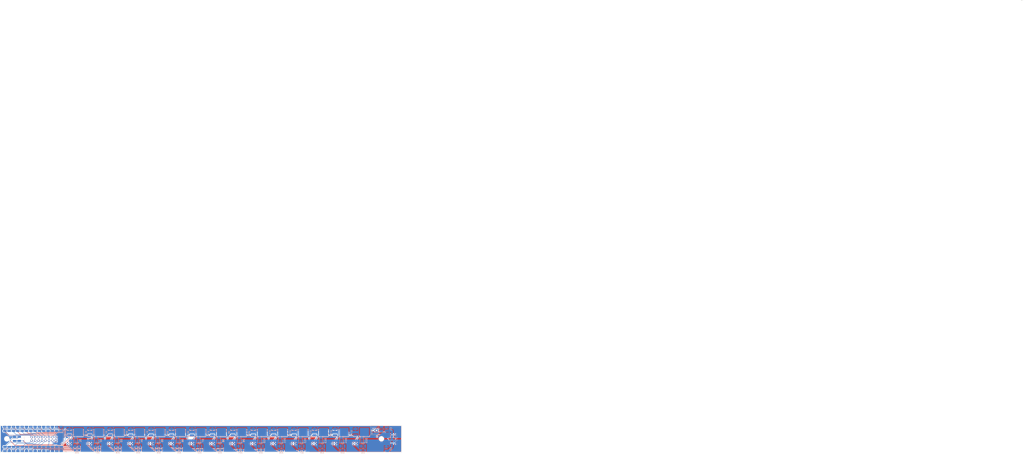
<source format=kicad_pcb>
(kicad_pcb (version 20171130) (host pcbnew "(5.1.5-0-10_14)")
  (title_block (rev 1))
  (layers (0 Front signal) (31 Back signal) (34 B.Paste user) (35 F.Paste user) (36 B.SilkS user) (37 F.SilkS user) (38 B.Mask user hide) (39 F.Mask user) (44 Edge.Cuts user))
  (net 0 "")
  (net 1 +5V)
  (net 2 "Net-(D17-Pad1)")
  (net 3 "Net-(D18-Pad1)")
  (net 4 "Net-(D19-Pad1)")
  (net 5 "Net-(D20-Pad1)")
  (net 6 "Net-(D21-Pad1)")
  (net 7 "Net-(D22-Pad1)")
  (net 8 "Net-(D23-Pad1)")
  (net 9 "Net-(D24-Pad1)")
  (net 10 "Net-(D10-Pad2)")
  (net 11 "Net-(D11-Pad2)")
  (net 12 "Net-(D12-Pad2)")
  (net 13 "Net-(D13-Pad2)")
  (net 14 "Net-(D14-Pad2)")
  (net 15 "Net-(D15-Pad2)")
  (net 16 "Net-(D16-Pad2)")
  (net 17 "Net-(D17-Pad2)")
  (net 18 "Net-(D18-Pad2)")
  (net 19 "Net-(D19-Pad2)")
  (net 20 "Net-(D20-Pad2)")
  (net 21 "Net-(D21-Pad2)")
  (net 22 "Net-(D22-Pad2)")
  (net 23 "Net-(D23-Pad2)")
  (net 24 "Net-(D24-Pad2)")
  (net 25 "Net-(D25-Pad2)")
  (net 26 "Net-(D26-Pad2)")
  (net 27 "Net-(D27-Pad2)")
  (net 28 "Net-(D28-Pad2)")
  (net 29 "Net-(D29-Pad2)")
  (net 30 "Net-(D30-Pad2)")
  (net 31 GND)
  (net 32 "Net-(J18-Pad1)")
  (net 33 "Net-(J18-Pad2)")
  (net 34 "Net-(J18-Pad3)")
  (net 35 "Net-(J18-Pad4)")
  (net 36 "Net-(J18-Pad5)")
  (net 37 "Net-(J18-Pad6)")
  (net 38 "Net-(J18-Pad7)")
  (net 39 "Net-(J18-Pad8)")
  (net 40 "Net-(J18-Pad9)")
  (net 41 "Net-(J18-Pad10)")
  (net 42 "Net-(J18-Pad11)")
  (net 43 "Net-(J18-Pad12)")
  (net 44 "Net-(J18-Pad13)")
  (net 45 "Net-(J18-Pad14)")
  (net 46 "Net-(J18-Pad15)")
  (net 47 "Net-(J18-Pad16)")
  (net 48 "Net-(J19-Pad1)")
  (net 49 "Net-(Q1-Pad1)")
  (net 50 "Net-(Q2-Pad1)")
  (net 51 "Net-(Q3-Pad1)")
  (net 52 "Net-(Q4-Pad1)")
  (net 53 "Net-(Q5-Pad1)")
  (net 54 "Net-(Q6-Pad1)")
  (net 55 "Net-(Q7-Pad1)")
  (net 56 "Net-(Q8-Pad1)")
  (net 57 "Net-(Q9-Pad1)")
  (net 58 "Net-(Q10-Pad1)")
  (net 59 "Net-(Q11-Pad1)")
  (net 60 "Net-(Q12-Pad1)")
  (net 61 "Net-(Q13-Pad1)")
  (net 62 "Net-(Q14-Pad1)")
  (net 63 "Net-(Q15-Pad1)")
  (net 64 "Net-(D1-Pad2)")
  (module troglodisme_footprints:SD1206S040S2R0 (layer Back) (at 305.65 180.9125 90)
    (fp_text reference D11 (at -0.32 3.34 90) (layer B.SilkS) (effects (font (size 1.27 1.27) (thickness 0.254)) (justify mirror)))
    (fp_text value SD1206S040S2R0 hide)
    (pad 2 smd rect (at 1.5 0 90) (size 1.35 2.1) (layers Back B.Paste B.Mask) (net 11 "Net-(D11-Pad2)"))
    (pad 1 smd rect (at -1.5 0 90) (size 1.35 2.1) (layers Back B.Paste B.Mask) (net 1 +5V))
  )
  (module Resistor_SMD:R_1210_3225Metric_Pad1.42x2.65mm_HandSolder (layer Back) (at 138.483848 187.41 270)
    (fp_text reference R27 hide)
    (fp_text value 100K)
    (pad 1 smd roundrect (at -1.4875 0 270) (size 1.425 2.65) (layers Back B.Paste B.Mask) (roundrect_rratio 0.175439) (net 42 "Net-(J18-Pad11)"))
    (pad 2 smd roundrect (at 1.4875 0 270) (size 1.425 2.65) (layers Back B.Paste B.Mask) (roundrect_rratio 0.175439) (net 31 GND))
  )
  (module Resistor_SMD:R_1210_3225Metric_Pad1.42x2.65mm_HandSolder (layer Back) (at 132.137696 187.41 270)
    (fp_text reference R25 hide)
    (fp_text value 100K)
    (pad 2 smd roundrect (at 1.4875 0 270) (size 1.425 2.65) (layers Back B.Paste B.Mask) (roundrect_rratio 0.175439) (net 31 GND))
    (pad 1 smd roundrect (at -1.4875 0 270) (size 1.425 2.65) (layers Back B.Paste B.Mask) (roundrect_rratio 0.175439) (net 40 "Net-(J18-Pad9)"))
  )
  (module Resistor_SMD:R_1210_3225Metric_Pad1.42x2.65mm_HandSolder (layer Back) (at 119.445392 187.41 270)
    (fp_text reference R21 hide)
    (fp_text value 100K)
    (pad 1 smd roundrect (at -1.4875 0 270) (size 1.425 2.65) (layers Back B.Paste B.Mask) (roundrect_rratio 0.175439) (net 36 "Net-(J18-Pad5)"))
    (pad 2 smd roundrect (at 1.4875 0 270) (size 1.425 2.65) (layers Back B.Paste B.Mask) (roundrect_rratio 0.175439) (net 31 GND))
  )
  (module Resistor_SMD:R_1210_3225Metric_Pad1.42x2.65mm_HandSolder (layer Back) (at 125.791544 187.41 270)
    (fp_text reference R23 hide)
    (fp_text value 100K)
    (pad 1 smd roundrect (at -1.4875 0 270) (size 1.425 2.65) (layers Back B.Paste B.Mask) (roundrect_rratio 0.175439) (net 38 "Net-(J18-Pad7)"))
    (pad 2 smd roundrect (at 1.4875 0 270) (size 1.425 2.65) (layers Back B.Paste B.Mask) (roundrect_rratio 0.175439) (net 31 GND))
  )
  (module Resistor_SMD:R_1210_3225Metric_Pad1.42x2.65mm_HandSolder (layer Back) (at 113.09924 187.41 270)
    (fp_text reference R19 hide)
    (fp_text value 100K)
    (pad 2 smd roundrect (at 1.4875 0 270) (size 1.425 2.65) (layers Back B.Paste B.Mask) (roundrect_rratio 0.175439) (net 31 GND))
    (pad 1 smd roundrect (at -1.4875 0 270) (size 1.425 2.65) (layers Back B.Paste B.Mask) (roundrect_rratio 0.175439) (net 34 "Net-(J18-Pad3)"))
  )
  (module Resistor_SMD:R_1210_3225Metric_Pad1.42x2.65mm_HandSolder (layer Back) (at 141.656924 187.41 270)
    (fp_text reference R13 hide)
    (fp_text value 150R)
    (pad 2 smd roundrect (at 1.4875 0 270) (size 1.425 2.65) (layers Back B.Paste B.Mask) (roundrect_rratio 0.175439) (net 61 "Net-(Q13-Pad1)"))
    (pad 1 smd roundrect (at -1.4875 0 270) (size 1.425 2.65) (layers Back B.Paste B.Mask) (roundrect_rratio 0.175439) (net 44 "Net-(J18-Pad13)"))
  )
  (module Resistor_SMD:R_1210_3225Metric_Pad1.42x2.65mm_HandSolder (layer Back) (at 135.310772 187.41 270)
    (fp_text reference R11 hide)
    (fp_text value 150R)
    (pad 2 smd roundrect (at 1.4875 0 270) (size 1.425 2.65) (layers Back B.Paste B.Mask) (roundrect_rratio 0.175439) (net 59 "Net-(Q11-Pad1)"))
    (pad 1 smd roundrect (at -1.4875 0 270) (size 1.425 2.65) (layers Back B.Paste B.Mask) (roundrect_rratio 0.175439) (net 42 "Net-(J18-Pad11)"))
  )
  (module Resistor_SMD:R_1210_3225Metric_Pad1.42x2.65mm_HandSolder (layer Back) (at 128.96462 187.41 270)
    (fp_text reference R9 hide)
    (fp_text value 150R)
    (pad 1 smd roundrect (at -1.4875 0 270) (size 1.425 2.65) (layers Back B.Paste B.Mask) (roundrect_rratio 0.175439) (net 40 "Net-(J18-Pad9)"))
    (pad 2 smd roundrect (at 1.4875 0 270) (size 1.425 2.65) (layers Back B.Paste B.Mask) (roundrect_rratio 0.175439) (net 57 "Net-(Q9-Pad1)"))
  )
  (module Resistor_SMD:R_1210_3225Metric_Pad1.42x2.65mm_HandSolder (layer Back) (at 122.618468 187.41 270)
    (fp_text reference R7 hide)
    (fp_text value 150R)
    (pad 2 smd roundrect (at 1.4875 0 270) (size 1.425 2.65) (layers Back B.Paste B.Mask) (roundrect_rratio 0.175439) (net 55 "Net-(Q7-Pad1)"))
    (pad 1 smd roundrect (at -1.4875 0 270) (size 1.425 2.65) (layers Back B.Paste B.Mask) (roundrect_rratio 0.175439) (net 38 "Net-(J18-Pad7)"))
  )
  (module Resistor_SMD:R_1210_3225Metric_Pad1.42x2.65mm_HandSolder (layer Back) (at 116.272316 187.41 270)
    (fp_text reference R5 hide)
    (fp_text value 150R)
    (pad 1 smd roundrect (at -1.4875 0 270) (size 1.425 2.65) (layers Back B.Paste B.Mask) (roundrect_rratio 0.175439) (net 36 "Net-(J18-Pad5)"))
    (pad 2 smd roundrect (at 1.4875 0 270) (size 1.425 2.65) (layers Back B.Paste B.Mask) (roundrect_rratio 0.175439) (net 53 "Net-(Q5-Pad1)"))
  )
  (module Resistor_SMD:R_1210_3225Metric_Pad1.42x2.65mm_HandSolder (layer Back) (at 116.192304 172.69 90)
    (fp_text reference R6 hide)
    (fp_text value 150R)
    (pad 2 smd roundrect (at 1.4875 0 90) (size 1.425 2.65) (layers Back B.Paste B.Mask) (roundrect_rratio 0.175439) (net 54 "Net-(Q6-Pad1)"))
    (pad 1 smd roundrect (at -1.4875 0 90) (size 1.425 2.65) (layers Back B.Paste B.Mask) (roundrect_rratio 0.175439) (net 37 "Net-(J18-Pad6)"))
  )
  (module Resistor_SMD:R_1210_3225Metric_Pad1.42x2.65mm_HandSolder (layer Back) (at 109.926164 187.41 270)
    (fp_text reference R3 hide)
    (fp_text value 150R)
    (pad 2 smd roundrect (at 1.4875 0 270) (size 1.425 2.65) (layers Back B.Paste B.Mask) (roundrect_rratio 0.175439) (net 51 "Net-(Q3-Pad1)"))
    (pad 1 smd roundrect (at -1.4875 0 270) (size 1.425 2.65) (layers Back B.Paste B.Mask) (roundrect_rratio 0.175439) (net 34 "Net-(J18-Pad3)"))
  )
  (module TerminalBlock_TE-Connectivity:TerminalBlock_TE_282834-2_1x02_P2.54mm_Horizontal (layer Back) (at 376.46 173.82 180)
    (fp_text reference J19 hide)
    (fp_text value Screw_Terminal_01x02)
    (pad 2 thru_hole circle (at 2.54 0 180) (size 2.1 2.1) (drill 1.1) (layers *.Cu *.Mask) (net 31 GND))
    (pad 1 thru_hole rect (at 0 0 180) (size 2.1 2.1) (drill 1.1) (layers *.Cu *.Mask) (net 48 "Net-(J19-Pad1)"))
  )
  (module Resistor_SMD:R_1210_3225Metric_Pad1.42x2.65mm_HandSolder (layer Back) (at 103.580012 187.41 270)
    (fp_text reference R1 hide)
    (fp_text value 150R)
    (pad 1 smd roundrect (at -1.4875 0 270) (size 1.425 2.65) (layers Back B.Paste B.Mask) (roundrect_rratio 0.175439) (net 32 "Net-(J18-Pad1)"))
    (pad 2 smd roundrect (at 1.4875 0 270) (size 1.425 2.65) (layers Back B.Paste B.Mask) (roundrect_rratio 0.175439) (net 49 "Net-(Q1-Pad1)"))
  )
  (module Resistor_SMD:R_1210_3225Metric_Pad1.42x2.65mm_HandSolder (layer Back) (at 103.5 172.69 90)
    (fp_text reference R2 hide)
    (fp_text value 150R)
    (pad 2 smd roundrect (at 1.4875 0 90) (size 1.425 2.65) (layers Back B.Paste B.Mask) (roundrect_rratio 0.175439) (net 50 "Net-(Q2-Pad1)"))
    (pad 1 smd roundrect (at -1.4875 0 90) (size 1.425 2.65) (layers Back B.Paste B.Mask) (roundrect_rratio 0.175439) (net 33 "Net-(J18-Pad2)"))
  )
  (module Resistor_SMD:R_1210_3225Metric_Pad1.42x2.65mm_HandSolder (layer Back) (at 109.846152 172.69 90)
    (fp_text reference R4 hide)
    (fp_text value 150R)
    (pad 2 smd roundrect (at 1.4875 0 90) (size 1.425 2.65) (layers Back B.Paste B.Mask) (roundrect_rratio 0.175439) (net 52 "Net-(Q4-Pad1)"))
    (pad 1 smd roundrect (at -1.4875 0 90) (size 1.425 2.65) (layers Back B.Paste B.Mask) (roundrect_rratio 0.175439) (net 35 "Net-(J18-Pad4)"))
  )
  (module Resistor_SMD:R_1210_3225Metric_Pad1.42x2.65mm_HandSolder (layer Back) (at 122.538456 172.69 90)
    (fp_text reference R8 hide)
    (fp_text value 150R)
    (pad 2 smd roundrect (at 1.4875 0 90) (size 1.425 2.65) (layers Back B.Paste B.Mask) (roundrect_rratio 0.175439) (net 56 "Net-(Q8-Pad1)"))
    (pad 1 smd roundrect (at -1.4875 0 90) (size 1.425 2.65) (layers Back B.Paste B.Mask) (roundrect_rratio 0.175439) (net 39 "Net-(J18-Pad8)"))
  )
  (module Resistor_SMD:R_1210_3225Metric_Pad1.42x2.65mm_HandSolder (layer Back) (at 128.884608 172.69 90)
    (fp_text reference R10 hide)
    (fp_text value 150R)
    (pad 2 smd roundrect (at 1.4875 0 90) (size 1.425 2.65) (layers Back B.Paste B.Mask) (roundrect_rratio 0.175439) (net 58 "Net-(Q10-Pad1)"))
    (pad 1 smd roundrect (at -1.4875 0 90) (size 1.425 2.65) (layers Back B.Paste B.Mask) (roundrect_rratio 0.175439) (net 41 "Net-(J18-Pad10)"))
  )
  (module Resistor_SMD:R_1210_3225Metric_Pad1.42x2.65mm_HandSolder (layer Back) (at 135.23076 172.69 90)
    (fp_text reference R12 hide)
    (fp_text value 150R)
    (pad 2 smd roundrect (at 1.4875 0 90) (size 1.425 2.65) (layers Back B.Paste B.Mask) (roundrect_rratio 0.175439) (net 60 "Net-(Q12-Pad1)"))
    (pad 1 smd roundrect (at -1.4875 0 90) (size 1.425 2.65) (layers Back B.Paste B.Mask) (roundrect_rratio 0.175439) (net 43 "Net-(J18-Pad12)"))
  )
  (module Resistor_SMD:R_1210_3225Metric_Pad1.42x2.65mm_HandSolder (layer Back) (at 141.576912 172.69 90)
    (fp_text reference R14 hide)
    (fp_text value 150R)
    (pad 2 smd roundrect (at 1.4875 0 90) (size 1.425 2.65) (layers Back B.Paste B.Mask) (roundrect_rratio 0.175439) (net 62 "Net-(Q14-Pad1)"))
    (pad 1 smd roundrect (at -1.4875 0 90) (size 1.425 2.65) (layers Back B.Paste B.Mask) (roundrect_rratio 0.175439) (net 45 "Net-(J18-Pad14)"))
  )
  (module Resistor_SMD:R_1210_3225Metric_Pad1.42x2.65mm_HandSolder (layer Back) (at 114 180 90)
    (fp_text reference R15 hide)
    (fp_text value 150R)
    (pad 1 smd roundrect (at -1.4875 0 90) (size 1.425 2.65) (layers Back B.Paste B.Mask) (roundrect_rratio 0.175439) (net 46 "Net-(J18-Pad15)"))
    (pad 2 smd roundrect (at 1.4875 0 90) (size 1.425 2.65) (layers Back B.Paste B.Mask) (roundrect_rratio 0.175439) (net 63 "Net-(Q15-Pad1)"))
  )
  (module Resistor_SMD:R_1210_3225Metric_Pad1.42x2.65mm_HandSolder (layer Back) (at 380.1 172.7375 90)
    (fp_text reference R16 hide)
    (fp_text value 150R)
    (pad 1 smd roundrect (at -1.4875 0 90) (size 1.425 2.65) (layers Back B.Paste B.Mask) (roundrect_rratio 0.175439) (net 47 "Net-(J18-Pad16)"))
    (pad 2 smd roundrect (at 1.4875 0 90) (size 1.425 2.65) (layers Back B.Paste B.Mask) (roundrect_rratio 0.175439) (net 48 "Net-(J19-Pad1)"))
  )
  (module Resistor_SMD:R_1210_3225Metric_Pad1.42x2.65mm_HandSolder (layer Back) (at 106.753088 187.41 270)
    (fp_text reference R17 hide)
    (fp_text value 100K)
    (pad 1 smd roundrect (at -1.4875 0 270) (size 1.425 2.65) (layers Back B.Paste B.Mask) (roundrect_rratio 0.175439) (net 32 "Net-(J18-Pad1)"))
    (pad 2 smd roundrect (at 1.4875 0 270) (size 1.425 2.65) (layers Back B.Paste B.Mask) (roundrect_rratio 0.175439) (net 31 GND))
  )
  (module Resistor_SMD:R_1210_3225Metric_Pad1.42x2.65mm_HandSolder (layer Back) (at 106.673076 172.69 90)
    (fp_text reference R18 hide)
    (fp_text value 100K)
    (pad 2 smd roundrect (at 1.4875 0 90) (size 1.425 2.65) (layers Back B.Paste B.Mask) (roundrect_rratio 0.175439) (net 31 GND))
    (pad 1 smd roundrect (at -1.4875 0 90) (size 1.425 2.65) (layers Back B.Paste B.Mask) (roundrect_rratio 0.175439) (net 33 "Net-(J18-Pad2)"))
  )
  (module Resistor_SMD:R_1210_3225Metric_Pad1.42x2.65mm_HandSolder (layer Back) (at 113.019228 172.69 90)
    (fp_text reference R20 hide)
    (fp_text value 100K)
    (pad 2 smd roundrect (at 1.4875 0 90) (size 1.425 2.65) (layers Back B.Paste B.Mask) (roundrect_rratio 0.175439) (net 31 GND))
    (pad 1 smd roundrect (at -1.4875 0 90) (size 1.425 2.65) (layers Back B.Paste B.Mask) (roundrect_rratio 0.175439) (net 35 "Net-(J18-Pad4)"))
  )
  (module Resistor_SMD:R_1210_3225Metric_Pad1.42x2.65mm_HandSolder (layer Back) (at 119.36538 172.69 90)
    (fp_text reference R22 hide)
    (fp_text value 100K)
    (pad 1 smd roundrect (at -1.4875 0 90) (size 1.425 2.65) (layers Back B.Paste B.Mask) (roundrect_rratio 0.175439) (net 37 "Net-(J18-Pad6)"))
    (pad 2 smd roundrect (at 1.4875 0 90) (size 1.425 2.65) (layers Back B.Paste B.Mask) (roundrect_rratio 0.175439) (net 31 GND))
  )
  (module Resistor_SMD:R_1210_3225Metric_Pad1.42x2.65mm_HandSolder (layer Back) (at 125.711532 172.69 90)
    (fp_text reference R24 hide)
    (fp_text value 100K)
    (pad 2 smd roundrect (at 1.4875 0 90) (size 1.425 2.65) (layers Back B.Paste B.Mask) (roundrect_rratio 0.175439) (net 31 GND))
    (pad 1 smd roundrect (at -1.4875 0 90) (size 1.425 2.65) (layers Back B.Paste B.Mask) (roundrect_rratio 0.175439) (net 39 "Net-(J18-Pad8)"))
  )
  (module Resistor_SMD:R_1210_3225Metric_Pad1.42x2.65mm_HandSolder (layer Back) (at 132.057684 172.69 90)
    (fp_text reference R26 hide)
    (fp_text value 100K)
    (pad 2 smd roundrect (at 1.4875 0 90) (size 1.425 2.65) (layers Back B.Paste B.Mask) (roundrect_rratio 0.175439) (net 31 GND))
    (pad 1 smd roundrect (at -1.4875 0 90) (size 1.425 2.65) (layers Back B.Paste B.Mask) (roundrect_rratio 0.175439) (net 41 "Net-(J18-Pad10)"))
  )
  (module Resistor_SMD:R_1210_3225Metric_Pad1.42x2.65mm_HandSolder (layer Back) (at 138.403836 172.69 90)
    (fp_text reference R28 hide)
    (fp_text value 100K)
    (pad 2 smd roundrect (at 1.4875 0 90) (size 1.425 2.65) (layers Back B.Paste B.Mask) (roundrect_rratio 0.175439) (net 31 GND))
    (pad 1 smd roundrect (at -1.4875 0 90) (size 1.425 2.65) (layers Back B.Paste B.Mask) (roundrect_rratio 0.175439) (net 43 "Net-(J18-Pad12)"))
  )
  (module Resistor_SMD:R_1210_3225Metric_Pad1.42x2.65mm_HandSolder (layer Back) (at 144.83 187.41 270)
    (fp_text reference R29 hide)
    (fp_text value 100K)
    (pad 2 smd roundrect (at 1.4875 0 270) (size 1.425 2.65) (layers Back B.Paste B.Mask) (roundrect_rratio 0.175439) (net 31 GND))
    (pad 1 smd roundrect (at -1.4875 0 270) (size 1.425 2.65) (layers Back B.Paste B.Mask) (roundrect_rratio 0.175439) (net 44 "Net-(J18-Pad13)"))
  )
  (module Resistor_SMD:R_1210_3225Metric_Pad1.42x2.65mm_HandSolder (layer Back) (at 144.749988 172.69 90)
    (fp_text reference R30 hide)
    (fp_text value 100K)
    (pad 2 smd roundrect (at 1.4875 0 90) (size 1.425 2.65) (layers Back B.Paste B.Mask) (roundrect_rratio 0.175439) (net 31 GND))
    (pad 1 smd roundrect (at -1.4875 0 90) (size 1.425 2.65) (layers Back B.Paste B.Mask) (roundrect_rratio 0.175439) (net 45 "Net-(J18-Pad14)"))
  )
  (module Resistor_SMD:R_1210_3225Metric_Pad1.42x2.65mm_HandSolder (layer Back) (at 110.71 180.01 90)
    (fp_text reference R31 hide)
    (fp_text value 100K)
    (pad 1 smd roundrect (at -1.4875 0 90) (size 1.425 2.65) (layers Back B.Paste B.Mask) (roundrect_rratio 0.175439) (net 46 "Net-(J18-Pad15)"))
    (pad 2 smd roundrect (at 1.4875 0 90) (size 1.425 2.65) (layers Back B.Paste B.Mask) (roundrect_rratio 0.175439) (net 31 GND))
  )
  (module troglodisme_footprints:CAPC3225X270N (layer Back) (at 383.6 172.75 90)
    (fp_text reference C1 (at -0.09 3.42 90) (layer B.SilkS) (effects (font (size 1.27 1.27) (thickness 0.254)) (justify mirror)))
    (fp_text value EMK325ABJ107MM-T hide)
    (pad 1 smd rect (at -1.35 0 90) (size 1.22 2.72) (layers Back B.Paste B.Mask) (net 1 +5V))
    (pad 2 smd rect (at 1.35 0 90) (size 1.22 2.72) (layers Back B.Paste B.Mask) (net 31 GND))
  )
  (module troglodisme_footprints:CAPC3225X270N (layer Back) (at 383.6 187.3375 90)
    (fp_text reference C2 (at -0.09 3.42 90) (layer B.SilkS) (effects (font (size 1.27 1.27) (thickness 0.254)) (justify mirror)))
    (fp_text value EMK325ABJ107MM-T hide)
    (pad 2 smd rect (at 1.35 0 90) (size 1.22 2.72) (layers Back B.Paste B.Mask) (net 1 +5V))
    (pad 1 smd rect (at -1.35 0 90) (size 1.22 2.72) (layers Back B.Paste B.Mask) (net 31 GND))
  )
  (module troglodisme_footprints:SD1206S040S2R0 (layer Back) (at 155.65 180.9125 90)
    (fp_text reference D1 (at -0.32 3.34 90) (layer B.SilkS) (effects (font (size 1.27 1.27) (thickness 0.254)) (justify mirror)))
    (fp_text value SD1206S040S2R0 hide)
    (pad 1 smd rect (at -1.5 0 90) (size 1.35 2.1) (layers Back B.Paste B.Mask) (net 1 +5V))
    (pad 2 smd rect (at 1.5 0 90) (size 1.35 2.1) (layers Back B.Paste B.Mask) (net 64 "Net-(D1-Pad2)"))
  )
  (module troglodisme_footprints:SD1206S040S2R0 (layer Back) (at 170.65 180.9125 90)
    (fp_text reference D2 (at -0.32 3.34 90) (layer B.SilkS) (effects (font (size 1.27 1.27) (thickness 0.254)) (justify mirror)))
    (fp_text value SD1206S040S2R0 hide)
    (pad 1 smd rect (at -1.5 0 90) (size 1.35 2.1) (layers Back B.Paste B.Mask) (net 1 +5V))
    (pad 2 smd rect (at 1.5 0 90) (size 1.35 2.1) (layers Back B.Paste B.Mask) (net 2 "Net-(D17-Pad1)"))
  )
  (module troglodisme_footprints:SD1206S040S2R0 (layer Back) (at 185.7 180.9125 90)
    (fp_text reference D3 (at -0.32 3.34 90) (layer B.SilkS) (effects (font (size 1.27 1.27) (thickness 0.254)) (justify mirror)))
    (fp_text value SD1206S040S2R0 hide)
    (pad 2 smd rect (at 1.5 0 90) (size 1.35 2.1) (layers Back B.Paste B.Mask) (net 3 "Net-(D18-Pad1)"))
    (pad 1 smd rect (at -1.5 0 90) (size 1.35 2.1) (layers Back B.Paste B.Mask) (net 1 +5V))
  )
  (module troglodisme_footprints:SD1206S040S2R0 (layer Back) (at 200.7 180.9125 90)
    (fp_text reference D4 (at -0.32 3.34 90) (layer B.SilkS) (effects (font (size 1.27 1.27) (thickness 0.254)) (justify mirror)))
    (fp_text value SD1206S040S2R0 hide)
    (pad 1 smd rect (at -1.5 0 90) (size 1.35 2.1) (layers Back B.Paste B.Mask) (net 1 +5V))
    (pad 2 smd rect (at 1.5 0 90) (size 1.35 2.1) (layers Back B.Paste B.Mask) (net 4 "Net-(D19-Pad1)"))
  )
  (module troglodisme_footprints:SD1206S040S2R0 (layer Back) (at 215.7 180.9125 90)
    (fp_text reference D5 (at -0.32 3.34 90) (layer B.SilkS) (effects (font (size 1.27 1.27) (thickness 0.254)) (justify mirror)))
    (fp_text value SD1206S040S2R0 hide)
    (pad 2 smd rect (at 1.5 0 90) (size 1.35 2.1) (layers Back B.Paste B.Mask) (net 5 "Net-(D20-Pad1)"))
    (pad 1 smd rect (at -1.5 0 90) (size 1.35 2.1) (layers Back B.Paste B.Mask) (net 1 +5V))
  )
  (module troglodisme_footprints:SD1206S040S2R0 (layer Back) (at 230.7 180.9125 90)
    (fp_text reference D6 (at -0.32 3.34 90) (layer B.SilkS) (effects (font (size 1.27 1.27) (thickness 0.254)) (justify mirror)))
    (fp_text value SD1206S040S2R0 hide)
    (pad 1 smd rect (at -1.5 0 90) (size 1.35 2.1) (layers Back B.Paste B.Mask) (net 1 +5V))
    (pad 2 smd rect (at 1.5 0 90) (size 1.35 2.1) (layers Back B.Paste B.Mask) (net 6 "Net-(D21-Pad1)"))
  )
  (module troglodisme_footprints:SD1206S040S2R0 (layer Back) (at 245.65 180.9125 90)
    (fp_text reference D7 (at -0.32 3.34 90) (layer B.SilkS) (effects (font (size 1.27 1.27) (thickness 0.254)) (justify mirror)))
    (fp_text value SD1206S040S2R0 hide)
    (pad 2 smd rect (at 1.5 0 90) (size 1.35 2.1) (layers Back B.Paste B.Mask) (net 7 "Net-(D22-Pad1)"))
    (pad 1 smd rect (at -1.5 0 90) (size 1.35 2.1) (layers Back B.Paste B.Mask) (net 1 +5V))
  )
  (module troglodisme_footprints:SD1206S040S2R0 (layer Back) (at 260.6 180.9125 90)
    (fp_text reference D8 (at -0.32 3.34 90) (layer B.SilkS) (effects (font (size 1.27 1.27) (thickness 0.254)) (justify mirror)))
    (fp_text value SD1206S040S2R0 hide)
    (pad 1 smd rect (at -1.5 0 90) (size 1.35 2.1) (layers Back B.Paste B.Mask) (net 1 +5V))
    (pad 2 smd rect (at 1.5 0 90) (size 1.35 2.1) (layers Back B.Paste B.Mask) (net 8 "Net-(D23-Pad1)"))
  )
  (module troglodisme_footprints:SD1206S040S2R0 (layer Back) (at 275.65 180.9125 90)
    (fp_text reference D9 (at -0.32 3.34 90) (layer B.SilkS) (effects (font (size 1.27 1.27) (thickness 0.254)) (justify mirror)))
    (fp_text value SD1206S040S2R0 hide)
    (pad 2 smd rect (at 1.5 0 90) (size 1.35 2.1) (layers Back B.Paste B.Mask) (net 9 "Net-(D24-Pad1)"))
    (pad 1 smd rect (at -1.5 0 90) (size 1.35 2.1) (layers Back B.Paste B.Mask) (net 1 +5V))
  )
  (module troglodisme_footprints:SD1206S040S2R0 (layer Back) (at 290.7 180.9125 90)
    (fp_text reference D10 (at -0.32 3.34 90) (layer B.SilkS) (effects (font (size 1.27 1.27) (thickness 0.254)) (justify mirror)))
    (fp_text value SD1206S040S2R0 hide)
    (pad 1 smd rect (at -1.5 0 90) (size 1.35 2.1) (layers Back B.Paste B.Mask) (net 1 +5V))
    (pad 2 smd rect (at 1.5 0 90) (size 1.35 2.1) (layers Back B.Paste B.Mask) (net 10 "Net-(D10-Pad2)"))
  )
  (module troglodisme_footprints:SD1206S040S2R0 (layer Back) (at 320.65 180.9125 90)
    (fp_text reference D12 (at -0.32 3.34 90) (layer B.SilkS) (effects (font (size 1.27 1.27) (thickness 0.254)) (justify mirror)))
    (fp_text value SD1206S040S2R0 hide)
    (pad 1 smd rect (at -1.5 0 90) (size 1.35 2.1) (layers Back B.Paste B.Mask) (net 1 +5V))
    (pad 2 smd rect (at 1.5 0 90) (size 1.35 2.1) (layers Back B.Paste B.Mask) (net 12 "Net-(D12-Pad2)"))
  )
  (module troglodisme_footprints:SD1206S040S2R0 (layer Back) (at 335.65 180.9125 90)
    (fp_text reference D13 (at -0.32 3.34 90) (layer B.SilkS) (effects (font (size 1.27 1.27) (thickness 0.254)) (justify mirror)))
    (fp_text value SD1206S040S2R0 hide)
    (pad 2 smd rect (at 1.5 0 90) (size 1.35 2.1) (layers Back B.Paste B.Mask) (net 13 "Net-(D13-Pad2)"))
    (pad 1 smd rect (at -1.5 0 90) (size 1.35 2.1) (layers Back B.Paste B.Mask) (net 1 +5V))
  )
  (module troglodisme_footprints:SD1206S040S2R0 (layer Back) (at 350.65 180.9125 90)
    (fp_text reference D14 (at -0.32 3.34 90) (layer B.SilkS) (effects (font (size 1.27 1.27) (thickness 0.254)) (justify mirror)))
    (fp_text value SD1206S040S2R0 hide)
    (pad 2 smd rect (at 1.5 0 90) (size 1.35 2.1) (layers Back B.Paste B.Mask) (net 14 "Net-(D14-Pad2)"))
    (pad 1 smd rect (at -1.5 0 90) (size 1.35 2.1) (layers Back B.Paste B.Mask) (net 1 +5V))
  )
  (module troglodisme_footprints:SD1206S040S2R0 (layer Back) (at 365.65 180.9125 90)
    (fp_text reference D15 (at -0.32 3.34 90) (layer B.SilkS) (effects (font (size 1.27 1.27) (thickness 0.254)) (justify mirror)))
    (fp_text value SD1206S040S2R0 hide)
    (pad 2 smd rect (at 1.5 0 90) (size 1.35 2.1) (layers Back B.Paste B.Mask) (net 15 "Net-(D15-Pad2)"))
    (pad 1 smd rect (at -1.5 0 90) (size 1.35 2.1) (layers Back B.Paste B.Mask) (net 1 +5V))
  )
  (module troglodisme_footprints:IN-S126AT5UW (layer Back) (at 156.5 188.3)
    (fp_text reference D16 (at 0 1.82) (layer B.SilkS) (effects (justify mirror)))
    (fp_text value IN-S126AT5UW)
    (pad 1 smd roundrect (at -1.4875 0) (size 1.425 1.75) (layers Back B.Paste B.Mask) (roundrect_rratio 0.175439) (net 64 "Net-(D1-Pad2)"))
    (pad 2 smd roundrect (at 1.4875 0) (size 1.425 1.75) (layers Back B.Paste B.Mask) (roundrect_rratio 0.175439) (net 16 "Net-(D16-Pad2)"))
  )
  (module troglodisme_footprints:IN-S126AT5UW (layer Back) (at 171.5 188.3)
    (fp_text reference D17 (at 0 1.82) (layer B.SilkS) (effects (justify mirror)))
    (fp_text value IN-S126AT5UW)
    (pad 2 smd roundrect (at 1.4875 0) (size 1.425 1.75) (layers Back B.Paste B.Mask) (roundrect_rratio 0.175439) (net 17 "Net-(D17-Pad2)"))
    (pad 1 smd roundrect (at -1.4875 0) (size 1.425 1.75) (layers Back B.Paste B.Mask) (roundrect_rratio 0.175439) (net 2 "Net-(D17-Pad1)"))
  )
  (module troglodisme_footprints:IN-S126AT5UW (layer Back) (at 186.5 188.3)
    (fp_text reference D18 (at 0 1.82) (layer B.SilkS) (effects (justify mirror)))
    (fp_text value IN-S126AT5UW)
    (pad 1 smd roundrect (at -1.4875 0) (size 1.425 1.75) (layers Back B.Paste B.Mask) (roundrect_rratio 0.175439) (net 3 "Net-(D18-Pad1)"))
    (pad 2 smd roundrect (at 1.4875 0) (size 1.425 1.75) (layers Back B.Paste B.Mask) (roundrect_rratio 0.175439) (net 18 "Net-(D18-Pad2)"))
  )
  (module troglodisme_footprints:IN-S126AT5UW (layer Back) (at 201.5 188.3)
    (fp_text reference D19 (at 0 1.82) (layer B.SilkS) (effects (justify mirror)))
    (fp_text value IN-S126AT5UW)
    (pad 2 smd roundrect (at 1.4875 0) (size 1.425 1.75) (layers Back B.Paste B.Mask) (roundrect_rratio 0.175439) (net 19 "Net-(D19-Pad2)"))
    (pad 1 smd roundrect (at -1.4875 0) (size 1.425 1.75) (layers Back B.Paste B.Mask) (roundrect_rratio 0.175439) (net 4 "Net-(D19-Pad1)"))
  )
  (module troglodisme_footprints:IN-S126AT5UW (layer Back) (at 216.5 188.3)
    (fp_text reference D20 (at 0 1.82) (layer B.SilkS) (effects (justify mirror)))
    (fp_text value IN-S126AT5UW)
    (pad 1 smd roundrect (at -1.4875 0) (size 1.425 1.75) (layers Back B.Paste B.Mask) (roundrect_rratio 0.175439) (net 5 "Net-(D20-Pad1)"))
    (pad 2 smd roundrect (at 1.4875 0) (size 1.425 1.75) (layers Back B.Paste B.Mask) (roundrect_rratio 0.175439) (net 20 "Net-(D20-Pad2)"))
  )
  (module troglodisme_footprints:IN-S126AT5UW (layer Back) (at 231.5 188.3)
    (fp_text reference D21 (at 0 1.82) (layer B.SilkS) (effects (justify mirror)))
    (fp_text value IN-S126AT5UW)
    (pad 1 smd roundrect (at -1.4875 0) (size 1.425 1.75) (layers Back B.Paste B.Mask) (roundrect_rratio 0.175439) (net 6 "Net-(D21-Pad1)"))
    (pad 2 smd roundrect (at 1.4875 0) (size 1.425 1.75) (layers Back B.Paste B.Mask) (roundrect_rratio 0.175439) (net 21 "Net-(D21-Pad2)"))
  )
  (module troglodisme_footprints:IN-S126AT5UW (layer Back) (at 246.5 188.3)
    (fp_text reference D22 (at 0 1.82) (layer B.SilkS) (effects (justify mirror)))
    (fp_text value IN-S126AT5UW)
    (pad 2 smd roundrect (at 1.4875 0) (size 1.425 1.75) (layers Back B.Paste B.Mask) (roundrect_rratio 0.175439) (net 22 "Net-(D22-Pad2)"))
    (pad 1 smd roundrect (at -1.4875 0) (size 1.425 1.75) (layers Back B.Paste B.Mask) (roundrect_rratio 0.175439) (net 7 "Net-(D22-Pad1)"))
  )
  (module troglodisme_footprints:IN-S126AT5UW (layer Back) (at 261.5 188.3)
    (fp_text reference D23 (at 0 1.82) (layer B.SilkS) (effects (justify mirror)))
    (fp_text value IN-S126AT5UW)
    (pad 1 smd roundrect (at -1.4875 0) (size 1.425 1.75) (layers Back B.Paste B.Mask) (roundrect_rratio 0.175439) (net 8 "Net-(D23-Pad1)"))
    (pad 2 smd roundrect (at 1.4875 0) (size 1.425 1.75) (layers Back B.Paste B.Mask) (roundrect_rratio 0.175439) (net 23 "Net-(D23-Pad2)"))
  )
  (module troglodisme_footprints:IN-S126AT5UW (layer Back) (at 276.5 188.3)
    (fp_text reference D24 (at 0 1.82) (layer B.SilkS) (effects (justify mirror)))
    (fp_text value IN-S126AT5UW)
    (pad 2 smd roundrect (at 1.4875 0) (size 1.425 1.75) (layers Back B.Paste B.Mask) (roundrect_rratio 0.175439) (net 24 "Net-(D24-Pad2)"))
    (pad 1 smd roundrect (at -1.4875 0) (size 1.425 1.75) (layers Back B.Paste B.Mask) (roundrect_rratio 0.175439) (net 9 "Net-(D24-Pad1)"))
  )
  (module troglodisme_footprints:IN-S126AT5UW (layer Back) (at 291.5 188.3)
    (fp_text reference D25 (at 0 1.82) (layer B.SilkS) (effects (justify mirror)))
    (fp_text value IN-S126AT5UW)
    (pad 1 smd roundrect (at -1.4875 0) (size 1.425 1.75) (layers Back B.Paste B.Mask) (roundrect_rratio 0.175439) (net 10 "Net-(D10-Pad2)"))
    (pad 2 smd roundrect (at 1.4875 0) (size 1.425 1.75) (layers Back B.Paste B.Mask) (roundrect_rratio 0.175439) (net 25 "Net-(D25-Pad2)"))
  )
  (module troglodisme_footprints:IN-S126AT5UW (layer Back) (at 306.5 188.3)
    (fp_text reference D26 (at 0 1.82) (layer B.SilkS) (effects (justify mirror)))
    (fp_text value IN-S126AT5UW)
    (pad 2 smd roundrect (at 1.4875 0) (size 1.425 1.75) (layers Back B.Paste B.Mask) (roundrect_rratio 0.175439) (net 26 "Net-(D26-Pad2)"))
    (pad 1 smd roundrect (at -1.4875 0) (size 1.425 1.75) (layers Back B.Paste B.Mask) (roundrect_rratio 0.175439) (net 11 "Net-(D11-Pad2)"))
  )
  (module troglodisme_footprints:IN-S126AT5UW (layer Back) (at 321.5 188.3)
    (fp_text reference D27 (at 0 1.82) (layer B.SilkS) (effects (justify mirror)))
    (fp_text value IN-S126AT5UW)
    (pad 1 smd roundrect (at -1.4875 0) (size 1.425 1.75) (layers Back B.Paste B.Mask) (roundrect_rratio 0.175439) (net 12 "Net-(D12-Pad2)"))
    (pad 2 smd roundrect (at 1.4875 0) (size 1.425 1.75) (layers Back B.Paste B.Mask) (roundrect_rratio 0.175439) (net 27 "Net-(D27-Pad2)"))
  )
  (module troglodisme_footprints:IN-S126AT5UW (layer Back) (at 336.5 188.3)
    (fp_text reference D28 (at 0 1.82) (layer B.SilkS) (effects (justify mirror)))
    (fp_text value IN-S126AT5UW)
    (pad 2 smd roundrect (at 1.4875 0) (size 1.425 1.75) (layers Back B.Paste B.Mask) (roundrect_rratio 0.175439) (net 28 "Net-(D28-Pad2)"))
    (pad 1 smd roundrect (at -1.4875 0) (size 1.425 1.75) (layers Back B.Paste B.Mask) (roundrect_rratio 0.175439) (net 13 "Net-(D13-Pad2)"))
  )
  (module troglodisme_footprints:IN-S126AT5UW (layer Back) (at 351.5 188.3)
    (fp_text reference D29 (at 0 1.82) (layer B.SilkS) (effects (justify mirror)))
    (fp_text value IN-S126AT5UW)
    (pad 1 smd roundrect (at -1.4875 0) (size 1.425 1.75) (layers Back B.Paste B.Mask) (roundrect_rratio 0.175439) (net 14 "Net-(D14-Pad2)"))
    (pad 2 smd roundrect (at 1.4875 0) (size 1.425 1.75) (layers Back B.Paste B.Mask) (roundrect_rratio 0.175439) (net 29 "Net-(D29-Pad2)"))
  )
  (module troglodisme_footprints:IN-S126AT5UW (layer Back) (at 366.5 188.3)
    (fp_text reference D30 (at 0 1.82) (layer B.SilkS) (effects (justify mirror)))
    (fp_text value IN-S126AT5UW)
    (pad 2 smd roundrect (at 1.4875 0) (size 1.425 1.75) (layers Back B.Paste B.Mask) (roundrect_rratio 0.175439) (net 30 "Net-(D30-Pad2)"))
    (pad 1 smd roundrect (at -1.4875 0) (size 1.425 1.75) (layers Back B.Paste B.Mask) (roundrect_rratio 0.175439) (net 15 "Net-(D15-Pad2)"))
  )
  (module troglodisme_footprints:JST_PH_S2B-PH-K_1x02_P2.00mm_Horizontal_noSilkScreen (layer Back) (at 151.5 183.5 180)
    (fp_text reference J1 (at 3.2 -5.7) (layer B.SilkS))
    (fp_text value Conn_01x02)
    (pad 1 thru_hole roundrect (at 0 0 180) (size 1.2 1.75) (drill 0.75) (layers *.Cu *.Mask) (roundrect_rratio 0.208333) (net 1 +5V))
    (pad 2 thru_hole oval (at 2 0 180) (size 1.2 1.75) (drill 0.75) (layers *.Cu *.Mask) (net 64 "Net-(D1-Pad2)"))
  )
  (module troglodisme_footprints:JST_PH_S2B-PH-K_1x02_P2.00mm_Horizontal_noSilkScreen (layer Back) (at 166.496428 183.5 180)
    (fp_text reference J2 hide)
    (fp_text value Conn_01x02)
    (pad 2 thru_hole oval (at 2 0 180) (size 1.2 1.75) (drill 0.75) (layers *.Cu *.Mask) (net 2 "Net-(D17-Pad1)"))
    (pad 1 thru_hole roundrect (at 0 0 180) (size 1.2 1.75) (drill 0.75) (layers *.Cu *.Mask) (roundrect_rratio 0.208333) (net 1 +5V))
  )
  (module troglodisme_footprints:JST_PH_S2B-PH-K_1x02_P2.00mm_Horizontal_noSilkScreen (layer Back) (at 181.492856 183.5 180)
    (fp_text reference J3 hide)
    (fp_text value Conn_01x02)
    (pad 2 thru_hole oval (at 2 0 180) (size 1.2 1.75) (drill 0.75) (layers *.Cu *.Mask) (net 3 "Net-(D18-Pad1)"))
    (pad 1 thru_hole roundrect (at 0 0 180) (size 1.2 1.75) (drill 0.75) (layers *.Cu *.Mask) (roundrect_rratio 0.208333) (net 1 +5V))
  )
  (module troglodisme_footprints:JST_PH_S2B-PH-K_1x02_P2.00mm_Horizontal_noSilkScreen (layer Back) (at 196.489284 183.5 180)
    (fp_text reference J4 hide)
    (fp_text value Conn_01x02)
    (pad 1 thru_hole roundrect (at 0 0 180) (size 1.2 1.75) (drill 0.75) (layers *.Cu *.Mask) (roundrect_rratio 0.208333) (net 1 +5V))
    (pad 2 thru_hole oval (at 2 0 180) (size 1.2 1.75) (drill 0.75) (layers *.Cu *.Mask) (net 4 "Net-(D19-Pad1)"))
  )
  (module troglodisme_footprints:JST_PH_S2B-PH-K_1x02_P2.00mm_Horizontal_noSilkScreen (layer Back) (at 211.485712 183.5 180)
    (fp_text reference J5 hide)
    (fp_text value Conn_01x02)
    (pad 2 thru_hole oval (at 2 0 180) (size 1.2 1.75) (drill 0.75) (layers *.Cu *.Mask) (net 5 "Net-(D20-Pad1)"))
    (pad 1 thru_hole roundrect (at 0 0 180) (size 1.2 1.75) (drill 0.75) (layers *.Cu *.Mask) (roundrect_rratio 0.208333) (net 1 +5V))
  )
  (module troglodisme_footprints:JST_PH_S2B-PH-K_1x02_P2.00mm_Horizontal_noSilkScreen (layer Back) (at 226.48214 183.5 180)
    (fp_text reference J6 hide)
    (fp_text value Conn_01x02)
    (pad 1 thru_hole roundrect (at 0 0 180) (size 1.2 1.75) (drill 0.75) (layers *.Cu *.Mask) (roundrect_rratio 0.208333) (net 1 +5V))
    (pad 2 thru_hole oval (at 2 0 180) (size 1.2 1.75) (drill 0.75) (layers *.Cu *.Mask) (net 6 "Net-(D21-Pad1)"))
  )
  (module troglodisme_footprints:JST_PH_S2B-PH-K_1x02_P2.00mm_Horizontal_noSilkScreen (layer Back) (at 241.478568 183.5 180)
    (fp_text reference J7 hide)
    (fp_text value Conn_01x02)
    (pad 2 thru_hole oval (at 2 0 180) (size 1.2 1.75) (drill 0.75) (layers *.Cu *.Mask) (net 7 "Net-(D22-Pad1)"))
    (pad 1 thru_hole roundrect (at 0 0 180) (size 1.2 1.75) (drill 0.75) (layers *.Cu *.Mask) (roundrect_rratio 0.208333) (net 1 +5V))
  )
  (module troglodisme_footprints:JST_PH_S2B-PH-K_1x02_P2.00mm_Horizontal_noSilkScreen (layer Back) (at 256.474996 183.5 180)
    (fp_text reference J8 hide)
    (fp_text value Conn_01x02)
    (pad 1 thru_hole roundrect (at 0 0 180) (size 1.2 1.75) (drill 0.75) (layers *.Cu *.Mask) (roundrect_rratio 0.208333) (net 1 +5V))
    (pad 2 thru_hole oval (at 2 0 180) (size 1.2 1.75) (drill 0.75) (layers *.Cu *.Mask) (net 8 "Net-(D23-Pad1)"))
  )
  (module troglodisme_footprints:JST_PH_S2B-PH-K_1x02_P2.00mm_Horizontal_noSilkScreen (layer Back) (at 271.471424 183.5 180)
    (fp_text reference J9 hide)
    (fp_text value Conn_01x02)
    (pad 2 thru_hole oval (at 2 0 180) (size 1.2 1.75) (drill 0.75) (layers *.Cu *.Mask) (net 9 "Net-(D24-Pad1)"))
    (pad 1 thru_hole roundrect (at 0 0 180) (size 1.2 1.75) (drill 0.75) (layers *.Cu *.Mask) (roundrect_rratio 0.208333) (net 1 +5V))
  )
  (module troglodisme_footprints:JST_PH_S2B-PH-K_1x02_P2.00mm_Horizontal_noSilkScreen (layer Back) (at 286.467852 183.5 180)
    (fp_text reference J10 hide)
    (fp_text value Conn_01x02)
    (pad 1 thru_hole roundrect (at 0 0 180) (size 1.2 1.75) (drill 0.75) (layers *.Cu *.Mask) (roundrect_rratio 0.208333) (net 1 +5V))
    (pad 2 thru_hole oval (at 2 0 180) (size 1.2 1.75) (drill 0.75) (layers *.Cu *.Mask) (net 10 "Net-(D10-Pad2)"))
  )
  (module troglodisme_footprints:JST_PH_S2B-PH-K_1x02_P2.00mm_Horizontal_noSilkScreen (layer Back) (at 301.46428 183.5 180)
    (fp_text reference J11 hide)
    (fp_text value Conn_01x02)
    (pad 2 thru_hole oval (at 2 0 180) (size 1.2 1.75) (drill 0.75) (layers *.Cu *.Mask) (net 11 "Net-(D11-Pad2)"))
    (pad 1 thru_hole roundrect (at 0 0 180) (size 1.2 1.75) (drill 0.75) (layers *.Cu *.Mask) (roundrect_rratio 0.208333) (net 1 +5V))
  )
  (module troglodisme_footprints:JST_PH_S2B-PH-K_1x02_P2.00mm_Horizontal_noSilkScreen (layer Back) (at 316.460708 183.5 180)
    (fp_text reference J12 hide)
    (fp_text value Conn_01x02)
    (pad 1 thru_hole roundrect (at 0 0 180) (size 1.2 1.75) (drill 0.75) (layers *.Cu *.Mask) (roundrect_rratio 0.208333) (net 1 +5V))
    (pad 2 thru_hole oval (at 2 0 180) (size 1.2 1.75) (drill 0.75) (layers *.Cu *.Mask) (net 12 "Net-(D12-Pad2)"))
  )
  (module troglodisme_footprints:JST_PH_S2B-PH-K_1x02_P2.00mm_Horizontal_noSilkScreen (layer Back) (at 331.457136 183.5 180)
    (fp_text reference J13 hide)
    (fp_text value Conn_01x02)
    (pad 2 thru_hole oval (at 2 0 180) (size 1.2 1.75) (drill 0.75) (layers *.Cu *.Mask) (net 13 "Net-(D13-Pad2)"))
    (pad 1 thru_hole roundrect (at 0 0 180) (size 1.2 1.75) (drill 0.75) (layers *.Cu *.Mask) (roundrect_rratio 0.208333) (net 1 +5V))
  )
  (module troglodisme_footprints:JST_PH_S2B-PH-K_1x02_P2.00mm_Horizontal_noSilkScreen (layer Back) (at 346.453564 183.5 180)
    (fp_text reference J14 hide)
    (fp_text value Conn_01x02)
    (pad 1 thru_hole roundrect (at 0 0 180) (size 1.2 1.75) (drill 0.75) (layers *.Cu *.Mask) (roundrect_rratio 0.208333) (net 1 +5V))
    (pad 2 thru_hole oval (at 2 0 180) (size 1.2 1.75) (drill 0.75) (layers *.Cu *.Mask) (net 14 "Net-(D14-Pad2)"))
  )
  (module troglodisme_footprints:JST_PH_S2B-PH-K_1x02_P2.00mm_Horizontal_noSilkScreen (layer Back) (at 361.45 183.5 180)
    (fp_text reference J15 hide)
    (fp_text value Conn_01x02)
    (pad 2 thru_hole oval (at 2 0 180) (size 1.2 1.75) (drill 0.75) (layers *.Cu *.Mask) (net 15 "Net-(D15-Pad2)"))
    (pad 1 thru_hole roundrect (at 0 0 180) (size 1.2 1.75) (drill 0.75) (layers *.Cu *.Mask) (roundrect_rratio 0.208333) (net 1 +5V))
  )
  (module troglodisme_footprints:JST_PH_S2B-PH-K_1x02_P2.00mm_Horizontal_noSilkScreen (layer Back) (at 389.73 183.03 180)
    (fp_text reference J16 hide)
    (fp_text value "Power Daisy Chain_input")
    (pad 2 thru_hole oval (at 2 0 180) (size 1.2 1.75) (drill 0.75) (layers *.Cu *.Mask) (net 31 GND))
    (pad 1 thru_hole roundrect (at 0 0 180) (size 1.2 1.75) (drill 0.75) (layers *.Cu *.Mask) (roundrect_rratio 0.208333) (net 1 +5V))
  )
  (module troglodisme_footprints:JST_PH_S2B-PH-K_1x02_P2.00mm_Horizontal_noSilkScreen (layer Back) (at 387.73 177.03)
    (fp_text reference J17 hide)
    (fp_text value "Power Daisy Chain_Output")
    (pad 1 thru_hole roundrect (at 0 0) (size 1.2 1.75) (drill 0.75) (layers *.Cu *.Mask) (roundrect_rratio 0.208333) (net 1 +5V))
    (pad 2 thru_hole oval (at 2 0) (size 1.2 1.75) (drill 0.75) (layers *.Cu *.Mask) (net 31 GND))
  )
  (module troglodisme_footprints:IDC-Header_2x08_P2.54mm_Vertical_ReversePinNumbers (layer Back) (at 141 181.3 90)
    (fp_text reference J18 hide)
    (fp_text value "Arduino Pins")
    (pad 2 thru_hole oval (at 2.54 -17.78 90) (size 1.7272 1.7272) (drill 1.016) (layers *.Cu *.Mask) (net 33 "Net-(J18-Pad2)"))
    (pad 1 thru_hole oval (at 0 -17.78 90) (size 1.7272 1.7272) (drill 1.016) (layers *.Cu *.Mask) (net 32 "Net-(J18-Pad1)"))
    (pad 4 thru_hole oval (at 2.54 -15.24 90) (size 1.7272 1.7272) (drill 1.016) (layers *.Cu *.Mask) (net 35 "Net-(J18-Pad4)"))
    (pad 3 thru_hole oval (at 0 -15.24 90) (size 1.7272 1.7272) (drill 1.016) (layers *.Cu *.Mask) (net 34 "Net-(J18-Pad3)"))
    (pad 6 thru_hole oval (at 2.54 -12.7 90) (size 1.7272 1.7272) (drill 1.016) (layers *.Cu *.Mask) (net 37 "Net-(J18-Pad6)"))
    (pad 5 thru_hole oval (at 0 -12.7 90) (size 1.7272 1.7272) (drill 1.016) (layers *.Cu *.Mask) (net 36 "Net-(J18-Pad5)"))
    (pad 8 thru_hole oval (at 2.54 -10.16 90) (size 1.7272 1.7272) (drill 1.016) (layers *.Cu *.Mask) (net 39 "Net-(J18-Pad8)"))
    (pad 7 thru_hole oval (at 0 -10.16 90) (size 1.7272 1.7272) (drill 1.016) (layers *.Cu *.Mask) (net 38 "Net-(J18-Pad7)"))
    (pad 10 thru_hole oval (at 2.54 -7.62 90) (size 1.7272 1.7272) (drill 1.016) (layers *.Cu *.Mask) (net 41 "Net-(J18-Pad10)"))
    (pad 9 thru_hole oval (at 0 -7.62 90) (size 1.7272 1.7272) (drill 1.016) (layers *.Cu *.Mask) (net 40 "Net-(J18-Pad9)"))
    (pad 12 thru_hole oval (at 2.54 -5.08 90) (size 1.7272 1.7272) (drill 1.016) (layers *.Cu *.Mask) (net 43 "Net-(J18-Pad12)"))
    (pad 11 thru_hole oval (at 0 -5.08 90) (size 1.7272 1.7272) (drill 1.016) (layers *.Cu *.Mask) (net 42 "Net-(J18-Pad11)"))
    (pad 14 thru_hole oval (at 2.54 -2.54 90) (size 1.7272 1.7272) (drill 1.016) (layers *.Cu *.Mask) (net 45 "Net-(J18-Pad14)"))
    (pad 13 thru_hole oval (at 0 -2.54 90) (size 1.7272 1.7272) (drill 1.016) (layers *.Cu *.Mask) (net 44 "Net-(J18-Pad13)"))
    (pad 16 thru_hole oval (at 2.54 0 90) (size 1.7272 1.7272) (drill 1.016) (layers *.Cu *.Mask) (net 47 "Net-(J18-Pad16)"))
    (pad 15 thru_hole rect (at 0 0 90) (size 1.7272 1.7272) (drill 1.016) (layers *.Cu *.Mask) (net 46 "Net-(J18-Pad15)"))
  )
  (module troglodisme_footprints:AOD508 (layer Back) (at 157.52 175.05 90)
    (fp_text reference Q1 (at -0.07 5.51 90) (layer B.SilkS) (effects (justify mirror)))
    (fp_text value AOD508)
    (pad 1 smd rect (at -2.286 -6.6) (size 3 1.5) (layers Back B.Paste B.Mask) (net 49 "Net-(Q1-Pad1)"))
    (pad 3 smd rect (at 2.286 -6.6) (size 3 1.5) (layers Back B.Paste B.Mask) (net 31 GND))
    (pad 2 smd rect (at 0 0 90) (size 6.25 6.8) (layers Back B.Paste B.Mask) (net 64 "Net-(D1-Pad2)"))
  )
  (module troglodisme_footprints:AOD508 (layer Back) (at 172.52 175.05 90)
    (fp_text reference Q2 (at -0.07 5.51 90) (layer B.SilkS) (effects (justify mirror)))
    (fp_text value AOD508)
    (pad 2 smd rect (at 0 0 90) (size 6.25 6.8) (layers Back B.Paste B.Mask) (net 2 "Net-(D17-Pad1)"))
    (pad 3 smd rect (at 2.286 -6.6) (size 3 1.5) (layers Back B.Paste B.Mask) (net 31 GND))
    (pad 1 smd rect (at -2.286 -6.6) (size 3 1.5) (layers Back B.Paste B.Mask) (net 50 "Net-(Q2-Pad1)"))
  )
  (module troglodisme_footprints:AOD508 (layer Back) (at 187.52 175.05 90)
    (fp_text reference Q3 (at -0.07 5.51 90) (layer B.SilkS) (effects (justify mirror)))
    (fp_text value AOD508)
    (pad 1 smd rect (at -2.286 -6.6) (size 3 1.5) (layers Back B.Paste B.Mask) (net 51 "Net-(Q3-Pad1)"))
    (pad 3 smd rect (at 2.286 -6.6) (size 3 1.5) (layers Back B.Paste B.Mask) (net 31 GND))
    (pad 2 smd rect (at 0 0 90) (size 6.25 6.8) (layers Back B.Paste B.Mask) (net 3 "Net-(D18-Pad1)"))
  )
  (module troglodisme_footprints:AOD508 (layer Back) (at 202.52 175.05 90)
    (fp_text reference Q4 (at -0.07 5.51 90) (layer B.SilkS) (effects (justify mirror)))
    (fp_text value AOD508)
    (pad 2 smd rect (at 0 0 90) (size 6.25 6.8) (layers Back B.Paste B.Mask) (net 4 "Net-(D19-Pad1)"))
    (pad 3 smd rect (at 2.286 -6.6) (size 3 1.5) (layers Back B.Paste B.Mask) (net 31 GND))
    (pad 1 smd rect (at -2.286 -6.6) (size 3 1.5) (layers Back B.Paste B.Mask) (net 52 "Net-(Q4-Pad1)"))
  )
  (module troglodisme_footprints:AOD508 (layer Back) (at 217.52 175.05 90)
    (fp_text reference Q5 (at -0.07 5.51 90) (layer B.SilkS) (effects (justify mirror)))
    (fp_text value AOD508)
    (pad 1 smd rect (at -2.286 -6.6) (size 3 1.5) (layers Back B.Paste B.Mask) (net 53 "Net-(Q5-Pad1)"))
    (pad 3 smd rect (at 2.286 -6.6) (size 3 1.5) (layers Back B.Paste B.Mask) (net 31 GND))
    (pad 2 smd rect (at 0 0 90) (size 6.25 6.8) (layers Back B.Paste B.Mask) (net 5 "Net-(D20-Pad1)"))
  )
  (module troglodisme_footprints:AOD508 (layer Back) (at 232.52 175.05 90)
    (fp_text reference Q6 (at -0.07 5.51 90) (layer B.SilkS) (effects (justify mirror)))
    (fp_text value AOD508)
    (pad 2 smd rect (at 0 0 90) (size 6.25 6.8) (layers Back B.Paste B.Mask) (net 6 "Net-(D21-Pad1)"))
    (pad 3 smd rect (at 2.286 -6.6) (size 3 1.5) (layers Back B.Paste B.Mask) (net 31 GND))
    (pad 1 smd rect (at -2.286 -6.6) (size 3 1.5) (layers Back B.Paste B.Mask) (net 54 "Net-(Q6-Pad1)"))
  )
  (module troglodisme_footprints:AOD508 (layer Back) (at 247.52 175.05 90)
    (fp_text reference Q7 (at -0.07 5.51 90) (layer B.SilkS) (effects (justify mirror)))
    (fp_text value AOD508)
    (pad 1 smd rect (at -2.286 -6.6) (size 3 1.5) (layers Back B.Paste B.Mask) (net 55 "Net-(Q7-Pad1)"))
    (pad 3 smd rect (at 2.286 -6.6) (size 3 1.5) (layers Back B.Paste B.Mask) (net 31 GND))
    (pad 2 smd rect (at 0 0 90) (size 6.25 6.8) (layers Back B.Paste B.Mask) (net 7 "Net-(D22-Pad1)"))
  )
  (module troglodisme_footprints:AOD508 (layer Back) (at 262.52 175.05 90)
    (fp_text reference Q8 (at -0.07 5.51 90) (layer B.SilkS) (effects (justify mirror)))
    (fp_text value AOD508)
    (pad 2 smd rect (at 0 0 90) (size 6.25 6.8) (layers Back B.Paste B.Mask) (net 8 "Net-(D23-Pad1)"))
    (pad 3 smd rect (at 2.286 -6.6) (size 3 1.5) (layers Back B.Paste B.Mask) (net 31 GND))
    (pad 1 smd rect (at -2.286 -6.6) (size 3 1.5) (layers Back B.Paste B.Mask) (net 56 "Net-(Q8-Pad1)"))
  )
  (module troglodisme_footprints:AOD508 (layer Back) (at 277.52 175.05 90)
    (fp_text reference Q9 (at -0.07 5.51 90) (layer B.SilkS) (effects (justify mirror)))
    (fp_text value AOD508)
    (pad 1 smd rect (at -2.286 -6.6) (size 3 1.5) (layers Back B.Paste B.Mask) (net 57 "Net-(Q9-Pad1)"))
    (pad 3 smd rect (at 2.286 -6.6) (size 3 1.5) (layers Back B.Paste B.Mask) (net 31 GND))
    (pad 2 smd rect (at 0 0 90) (size 6.25 6.8) (layers Back B.Paste B.Mask) (net 9 "Net-(D24-Pad1)"))
  )
  (module troglodisme_footprints:AOD508 (layer Back) (at 292.52 175.05 90)
    (fp_text reference Q10 (at -0.07 5.51 90) (layer B.SilkS) (effects (justify mirror)))
    (fp_text value AOD508)
    (pad 2 smd rect (at 0 0 90) (size 6.25 6.8) (layers Back B.Paste B.Mask) (net 10 "Net-(D10-Pad2)"))
    (pad 3 smd rect (at 2.286 -6.6) (size 3 1.5) (layers Back B.Paste B.Mask) (net 31 GND))
    (pad 1 smd rect (at -2.286 -6.6) (size 3 1.5) (layers Back B.Paste B.Mask) (net 58 "Net-(Q10-Pad1)"))
  )
  (module troglodisme_footprints:AOD508 (layer Back) (at 307.52 175.05 90)
    (fp_text reference Q11 (at -0.07 5.51 90) (layer B.SilkS) (effects (justify mirror)))
    (fp_text value AOD508)
    (pad 1 smd rect (at -2.286 -6.6) (size 3 1.5) (layers Back B.Paste B.Mask) (net 59 "Net-(Q11-Pad1)"))
    (pad 3 smd rect (at 2.286 -6.6) (size 3 1.5) (layers Back B.Paste B.Mask) (net 31 GND))
    (pad 2 smd rect (at 0 0 90) (size 6.25 6.8) (layers Back B.Paste B.Mask) (net 11 "Net-(D11-Pad2)"))
  )
  (module troglodisme_footprints:AOD508 (layer Back) (at 322.52 175.05 90)
    (fp_text reference Q12 (at -0.07 5.51 90) (layer B.SilkS) (effects (justify mirror)))
    (fp_text value AOD508)
    (pad 2 smd rect (at 0 0 90) (size 6.25 6.8) (layers Back B.Paste B.Mask) (net 12 "Net-(D12-Pad2)"))
    (pad 3 smd rect (at 2.286 -6.6) (size 3 1.5) (layers Back B.Paste B.Mask) (net 31 GND))
    (pad 1 smd rect (at -2.286 -6.6) (size 3 1.5) (layers Back B.Paste B.Mask) (net 60 "Net-(Q12-Pad1)"))
  )
  (module troglodisme_footprints:AOD508 (layer Back) (at 337.52 175.05 90)
    (fp_text reference Q13 (at -0.07 5.51 90) (layer B.SilkS) (effects (justify mirror)))
    (fp_text value AOD508)
    (pad 1 smd rect (at -2.286 -6.6) (size 3 1.5) (layers Back B.Paste B.Mask) (net 61 "Net-(Q13-Pad1)"))
    (pad 3 smd rect (at 2.286 -6.6) (size 3 1.5) (layers Back B.Paste B.Mask) (net 31 GND))
    (pad 2 smd rect (at 0 0 90) (size 6.25 6.8) (layers Back B.Paste B.Mask) (net 13 "Net-(D13-Pad2)"))
  )
  (module troglodisme_footprints:AOD508 (layer Back) (at 352.52 175.05 90)
    (fp_text reference Q14 (at -0.07 5.51 90) (layer B.SilkS) (effects (justify mirror)))
    (fp_text value AOD508)
    (pad 2 smd rect (at 0 0 90) (size 6.25 6.8) (layers Back B.Paste B.Mask) (net 14 "Net-(D14-Pad2)"))
    (pad 3 smd rect (at 2.286 -6.6) (size 3 1.5) (layers Back B.Paste B.Mask) (net 31 GND))
    (pad 1 smd rect (at -2.286 -6.6) (size 3 1.5) (layers Back B.Paste B.Mask) (net 62 "Net-(Q14-Pad1)"))
  )
  (module troglodisme_footprints:AOD508 (layer Back) (at 367.52 175.05 90)
    (fp_text reference Q15 (at -0.07 5.51 90) (layer B.SilkS) (effects (justify mirror)))
    (fp_text value AOD508)
    (pad 2 smd rect (at 0 0 90) (size 6.25 6.8) (layers Back B.Paste B.Mask) (net 15 "Net-(D15-Pad2)"))
    (pad 3 smd rect (at 2.286 -6.6) (size 3 1.5) (layers Back B.Paste B.Mask) (net 31 GND))
    (pad 1 smd rect (at -2.286 -6.6) (size 3 1.5) (layers Back B.Paste B.Mask) (net 63 "Net-(Q15-Pad1)"))
  )
  (module Resistor_SMD:R_1210_3225Metric_Pad1.42x2.65mm_HandSolder (layer Back) (at 156.5 185.37 180)
    (fp_text reference R32 (at 0 2.28) (layer B.SilkS) (effects (justify mirror)))
    (fp_text value 470R)
    (pad 1 smd roundrect (at -1.4875 0 180) (size 1.425 2.65) (layers Back B.Paste B.Mask) (roundrect_rratio 0.175439) (net 16 "Net-(D16-Pad2)"))
    (pad 2 smd roundrect (at 1.4875 0 180) (size 1.425 2.65) (layers Back B.Paste B.Mask) (roundrect_rratio 0.175439) (net 1 +5V))
  )
  (module Resistor_SMD:R_1210_3225Metric_Pad1.42x2.65mm_HandSolder (layer Back) (at 171.501428 185.37 180)
    (fp_text reference R33 (at 0 2.28) (layer B.SilkS) (effects (justify mirror)))
    (fp_text value 470R)
    (pad 1 smd roundrect (at -1.4875 0 180) (size 1.425 2.65) (layers Back B.Paste B.Mask) (roundrect_rratio 0.175439) (net 17 "Net-(D17-Pad2)"))
    (pad 2 smd roundrect (at 1.4875 0 180) (size 1.425 2.65) (layers Back B.Paste B.Mask) (roundrect_rratio 0.175439) (net 1 +5V))
  )
  (module Resistor_SMD:R_1210_3225Metric_Pad1.42x2.65mm_HandSolder (layer Back) (at 186.502856 185.37 180)
    (fp_text reference R34 (at 0 2.28) (layer B.SilkS) (effects (justify mirror)))
    (fp_text value 470R)
    (pad 2 smd roundrect (at 1.4875 0 180) (size 1.425 2.65) (layers Back B.Paste B.Mask) (roundrect_rratio 0.175439) (net 1 +5V))
    (pad 1 smd roundrect (at -1.4875 0 180) (size 1.425 2.65) (layers Back B.Paste B.Mask) (roundrect_rratio 0.175439) (net 18 "Net-(D18-Pad2)"))
  )
  (module Resistor_SMD:R_1210_3225Metric_Pad1.42x2.65mm_HandSolder (layer Back) (at 201.504284 185.37 180)
    (fp_text reference R35 (at 0 2.28) (layer B.SilkS) (effects (justify mirror)))
    (fp_text value 470R)
    (pad 1 smd roundrect (at -1.4875 0 180) (size 1.425 2.65) (layers Back B.Paste B.Mask) (roundrect_rratio 0.175439) (net 19 "Net-(D19-Pad2)"))
    (pad 2 smd roundrect (at 1.4875 0 180) (size 1.425 2.65) (layers Back B.Paste B.Mask) (roundrect_rratio 0.175439) (net 1 +5V))
  )
  (module Resistor_SMD:R_1210_3225Metric_Pad1.42x2.65mm_HandSolder (layer Back) (at 216.505712 185.37 180)
    (fp_text reference R36 (at 0 2.28) (layer B.SilkS) (effects (justify mirror)))
    (fp_text value 470R)
    (pad 2 smd roundrect (at 1.4875 0 180) (size 1.425 2.65) (layers Back B.Paste B.Mask) (roundrect_rratio 0.175439) (net 1 +5V))
    (pad 1 smd roundrect (at -1.4875 0 180) (size 1.425 2.65) (layers Back B.Paste B.Mask) (roundrect_rratio 0.175439) (net 20 "Net-(D20-Pad2)"))
  )
  (module Resistor_SMD:R_1210_3225Metric_Pad1.42x2.65mm_HandSolder (layer Back) (at 231.50714 185.37 180)
    (fp_text reference R37 (at 0 2.28) (layer B.SilkS) (effects (justify mirror)))
    (fp_text value 470R)
    (pad 1 smd roundrect (at -1.4875 0 180) (size 1.425 2.65) (layers Back B.Paste B.Mask) (roundrect_rratio 0.175439) (net 21 "Net-(D21-Pad2)"))
    (pad 2 smd roundrect (at 1.4875 0 180) (size 1.425 2.65) (layers Back B.Paste B.Mask) (roundrect_rratio 0.175439) (net 1 +5V))
  )
  (module Resistor_SMD:R_1210_3225Metric_Pad1.42x2.65mm_HandSolder (layer Back) (at 246.508568 185.37 180)
    (fp_text reference R38 (at 0 2.28) (layer B.SilkS) (effects (justify mirror)))
    (fp_text value 470R)
    (pad 2 smd roundrect (at 1.4875 0 180) (size 1.425 2.65) (layers Back B.Paste B.Mask) (roundrect_rratio 0.175439) (net 1 +5V))
    (pad 1 smd roundrect (at -1.4875 0 180) (size 1.425 2.65) (layers Back B.Paste B.Mask) (roundrect_rratio 0.175439) (net 22 "Net-(D22-Pad2)"))
  )
  (module Resistor_SMD:R_1210_3225Metric_Pad1.42x2.65mm_HandSolder (layer Back) (at 261.509996 185.37 180)
    (fp_text reference R39 (at 0 2.28) (layer B.SilkS) (effects (justify mirror)))
    (fp_text value 470R)
    (pad 1 smd roundrect (at -1.4875 0 180) (size 1.425 2.65) (layers Back B.Paste B.Mask) (roundrect_rratio 0.175439) (net 23 "Net-(D23-Pad2)"))
    (pad 2 smd roundrect (at 1.4875 0 180) (size 1.425 2.65) (layers Back B.Paste B.Mask) (roundrect_rratio 0.175439) (net 1 +5V))
  )
  (module Resistor_SMD:R_1210_3225Metric_Pad1.42x2.65mm_HandSolder (layer Back) (at 276.511424 185.37 180)
    (fp_text reference R40 (at 0 2.28) (layer B.SilkS) (effects (justify mirror)))
    (fp_text value 470R)
    (pad 2 smd roundrect (at 1.4875 0 180) (size 1.425 2.65) (layers Back B.Paste B.Mask) (roundrect_rratio 0.175439) (net 1 +5V))
    (pad 1 smd roundrect (at -1.4875 0 180) (size 1.425 2.65) (layers Back B.Paste B.Mask) (roundrect_rratio 0.175439) (net 24 "Net-(D24-Pad2)"))
  )
  (module Resistor_SMD:R_1210_3225Metric_Pad1.42x2.65mm_HandSolder (layer Back) (at 291.512852 185.37 180)
    (fp_text reference R41 (at 0 2.28) (layer B.SilkS) (effects (justify mirror)))
    (fp_text value 470R)
    (pad 1 smd roundrect (at -1.4875 0 180) (size 1.425 2.65) (layers Back B.Paste B.Mask) (roundrect_rratio 0.175439) (net 25 "Net-(D25-Pad2)"))
    (pad 2 smd roundrect (at 1.4875 0 180) (size 1.425 2.65) (layers Back B.Paste B.Mask) (roundrect_rratio 0.175439) (net 1 +5V))
  )
  (module Resistor_SMD:R_1210_3225Metric_Pad1.42x2.65mm_HandSolder (layer Back) (at 306.51428 185.37 180)
    (fp_text reference R42 (at 0 2.28) (layer B.SilkS) (effects (justify mirror)))
    (fp_text value 470R)
    (pad 2 smd roundrect (at 1.4875 0 180) (size 1.425 2.65) (layers Back B.Paste B.Mask) (roundrect_rratio 0.175439) (net 1 +5V))
    (pad 1 smd roundrect (at -1.4875 0 180) (size 1.425 2.65) (layers Back B.Paste B.Mask) (roundrect_rratio 0.175439) (net 26 "Net-(D26-Pad2)"))
  )
  (module Resistor_SMD:R_1210_3225Metric_Pad1.42x2.65mm_HandSolder (layer Back) (at 321.515708 185.37 180)
    (fp_text reference R43 (at 0 2.28) (layer B.SilkS) (effects (justify mirror)))
    (fp_text value 470R)
    (pad 1 smd roundrect (at -1.4875 0 180) (size 1.425 2.65) (layers Back B.Paste B.Mask) (roundrect_rratio 0.175439) (net 27 "Net-(D27-Pad2)"))
    (pad 2 smd roundrect (at 1.4875 0 180) (size 1.425 2.65) (layers Back B.Paste B.Mask) (roundrect_rratio 0.175439) (net 1 +5V))
  )
  (module Resistor_SMD:R_1210_3225Metric_Pad1.42x2.65mm_HandSolder (layer Back) (at 336.517136 185.37 180)
    (fp_text reference R44 (at 0 2.28) (layer B.SilkS) (effects (justify mirror)))
    (fp_text value 470R)
    (pad 2 smd roundrect (at 1.4875 0 180) (size 1.425 2.65) (layers Back B.Paste B.Mask) (roundrect_rratio 0.175439) (net 1 +5V))
    (pad 1 smd roundrect (at -1.4875 0 180) (size 1.425 2.65) (layers Back B.Paste B.Mask) (roundrect_rratio 0.175439) (net 28 "Net-(D28-Pad2)"))
  )
  (module Resistor_SMD:R_1210_3225Metric_Pad1.42x2.65mm_HandSolder (layer Back) (at 351.518564 185.37 180)
    (fp_text reference R45 (at 0 2.28) (layer B.SilkS) (effects (justify mirror)))
    (fp_text value 470R)
    (pad 1 smd roundrect (at -1.4875 0 180) (size 1.425 2.65) (layers Back B.Paste B.Mask) (roundrect_rratio 0.175439) (net 29 "Net-(D29-Pad2)"))
    (pad 2 smd roundrect (at 1.4875 0 180) (size 1.425 2.65) (layers Back B.Paste B.Mask) (roundrect_rratio 0.175439) (net 1 +5V))
  )
  (module Resistor_SMD:R_1210_3225Metric_Pad1.42x2.65mm_HandSolder (layer Back) (at 366.52 185.37 180)
    (fp_text reference R46 (at 0 2.28) (layer B.SilkS) (effects (justify mirror)))
    (fp_text value 470R)
    (pad 2 smd roundrect (at 1.4875 0 180) (size 1.425 2.65) (layers Back B.Paste B.Mask) (roundrect_rratio 0.175439) (net 1 +5V))
    (pad 1 smd roundrect (at -1.4875 0 180) (size 1.425 2.65) (layers Back B.Paste B.Mask) (roundrect_rratio 0.175439) (net 30 "Net-(D30-Pad2)"))
  )
  (gr_text MENO (at 390.65 179.15 180) (layer B.SilkS) (effects (font (size 0.8 0.8) (thickness 0.1)) (justify mirror)))
  (gr_text "PIÙ e\n" (at 386.8 179.1 180) (layer B.SilkS) (effects (font (size 0.8 0.8) (thickness 0.1)) (justify mirror)))
  (gr_text MENO (at 386.8 180.95) (layer B.SilkS) (effects (font (size 0.8 0.8) (thickness 0.1)) (justify mirror)))
  (gr_text "PIÙ e\n" (at 390.65 181) (layer B.SilkS) (effects (font (size 0.8 0.8) (thickness 0.1)) (justify mirror)))
  (gr_circle (center 105 179.98) (end 106.5 179.98) (layer Edge.Cuts) (width 0.1))
  (gr_circle (center 380 180) (end 381.5 180) (layer Edge.Cuts) (width 0.1))
  (gr_line (start 100 170) (end 100 190) (layer Edge.Cuts) (width 0.1))
  (gr_line (start 395 170) (end 100 170) (layer Edge.Cuts) (width 0.1))
  (gr_line (start 395 190) (end 395 170) (layer Edge.Cuts) (width 0.1))
  (gr_line (start 100 190) (end 395 190) (layer Edge.Cuts) (width 0.1))
  (gr_curve (pts (xy 851.695064 -142.464645) (xy 851.695064 -142.464645) (xy 851.695064 -142.464645) (xy 851.695064 -142.464645)) (layer Edge.Cuts) (width 0.2))
  (gr_curve (pts (xy 850.695064 -142.464645) (xy 850.695064 -142.464645) (xy 849.695064 -142.464645) (xy 849.695064 -142.464645)) (layer Edge.Cuts) (width 0.2))
  (gr_curve (pts (xy 849.695064 -142.464645) (xy 849.695064 -142.464645) (xy 850.695064 -142.464645) (xy 850.695064 -142.464645)) (layer Edge.Cuts) (width 0.2))
  (segment (start 387.73 177.905) (end 387.73 177.03) (width 1.5) (layer Back) (net 1))
  (segment (start 387.73 180.155) (end 387.73 177.905) (width 1.5) (layer Back) (net 1))
  (segment (start 389.73 182.155) (end 387.73 180.155) (width 1.5) (layer Back) (net 1))
  (segment (start 387.73 177.03) (end 387.73 174.0675) (width 1.5) (layer Back) (net 1))
  (segment (start 389.73 183.03) (end 389.73 182.155) (width 1.5) (layer Back) (net 1))
  (segment (start 383.6 184.285) (end 383.6 185.85) (width 1.5) (layer Back) (net 1))
  (segment (start 387.73 180.155) (end 383.6 184.285) (width 1.5) (layer Back) (net 1))
  (segment (start 387.6975 174.1) (end 387.73 174.0675) (width 1.5) (layer Back) (net 1))
  (segment (start 383.6 174.1) (end 387.6975 174.1) (width 1.5) (layer Back) (net 1))
  (segment (start 170.65 176.92) (end 172.52 175.05) (width 0.25) (layer Back) (net 2))
  (segment (start 170.65 179.425) (end 170.65 176.92) (width 0.25) (layer Back) (net 2))
  (segment (start 168.171428 188.3) (end 164.496428 184.625) (width 0.25) (layer Back) (net 2))
  (segment (start 164.496428 184.625) (end 164.496428 183.5) (width 0.25) (layer Back) (net 2))
  (segment (start 170.0125 188.3) (end 168.171428 188.3) (width 0.25) (layer Back) (net 2))
  (segment (start 170.65 179.425) (end 167.455 179.425) (width 0.25) (layer Back) (net 2))
  (segment (start 167.455 179.425) (end 167.446428 179.425) (width 0.25) (layer Back) (net 2))
  (via (at 167.455 179.425) (size 0.8) (drill 0.4) (layers Front Back) (net 2))
  (segment (start 167.455 179.425) (end 164.935 179.425) (width 0.25) (layer Front) (net 2))
  (segment (start 164.496428 179.863572) (end 164.496428 183.5) (width 0.25) (layer Front) (net 2))
  (segment (start 164.935 179.425) (end 164.496428 179.863572) (width 0.25) (layer Front) (net 2))
  (segment (start 185.7 176.87) (end 187.52 175.05) (width 0.25) (layer Back) (net 3))
  (segment (start 185.7 179.425) (end 185.7 176.87) (width 0.25) (layer Back) (net 3))
  (segment (start 179.492856 184.625) (end 179.492856 183.5) (width 0.25) (layer Back) (net 3))
  (segment (start 183.167856 188.3) (end 179.492856 184.625) (width 0.25) (layer Back) (net 3))
  (segment (start 185.0125 188.3) (end 183.167856 188.3) (width 0.25) (layer Back) (net 3))
  (segment (start 182.442856 179.425) (end 182.423928 179.443928) (width 0.25) (layer Back) (net 3))
  (segment (start 185.7 179.425) (end 182.442856 179.425) (width 0.25) (layer Back) (net 3))
  (via (at 182.423928 179.443928) (size 0.8) (drill 0.4) (layers Front Back) (net 3))
  (segment (start 179.492856 182.375) (end 182.423928 179.443928) (width 0.25) (layer Front) (net 3))
  (segment (start 179.492856 183.5) (end 179.492856 182.375) (width 0.25) (layer Front) (net 3))
  (segment (start 200.7 176.87) (end 202.52 175.05) (width 0.25) (layer Back) (net 4))
  (segment (start 200.7 179.425) (end 200.7 176.87) (width 0.25) (layer Back) (net 4))
  (segment (start 198.164284 188.3) (end 194.489284 184.625) (width 0.25) (layer Back) (net 4))
  (segment (start 194.489284 184.625) (end 194.489284 183.5) (width 0.25) (layer Back) (net 4))
  (segment (start 200.0125 188.3) (end 198.164284 188.3) (width 0.25) (layer Back) (net 4))
  (segment (start 197.439284 179.425) (end 197.437142 179.427142) (width 0.25) (layer Back) (net 4))
  (segment (start 200.7 179.425) (end 197.439284 179.425) (width 0.25) (layer Back) (net 4))
  (via (at 197.437142 179.427142) (size 0.8) (drill 0.4) (layers Front Back) (net 4))
  (segment (start 194.489284 182.375) (end 197.437142 179.427142) (width 0.25) (layer Front) (net 4))
  (segment (start 194.489284 183.5) (end 194.489284 182.375) (width 0.25) (layer Front) (net 4))
  (segment (start 215.7 176.87) (end 217.52 175.05) (width 0.25) (layer Back) (net 5))
  (segment (start 215.7 179.425) (end 215.7 176.87) (width 0.25) (layer Back) (net 5))
  (segment (start 209.485712 184.625) (end 209.485712 183.5) (width 0.25) (layer Back) (net 5))
  (segment (start 213.160712 188.3) (end 209.485712 184.625) (width 0.25) (layer Back) (net 5))
  (segment (start 215.0125 188.3) (end 213.160712 188.3) (width 0.25) (layer Back) (net 5))
  (segment (start 212.435712 179.425) (end 212.395356 179.465356) (width 0.25) (layer Back) (net 5))
  (segment (start 215.7 179.425) (end 212.435712 179.425) (width 0.25) (layer Back) (net 5))
  (via (at 212.395356 179.465356) (size 0.8) (drill 0.4) (layers Front Back) (net 5))
  (segment (start 209.485712 182.375) (end 212.395356 179.465356) (width 0.25) (layer Front) (net 5))
  (segment (start 209.485712 183.5) (end 209.485712 182.375) (width 0.25) (layer Front) (net 5))
  (segment (start 230.7 176.87) (end 232.52 175.05) (width 0.25) (layer Back) (net 6))
  (segment (start 230.7 179.425) (end 230.7 176.87) (width 0.25) (layer Back) (net 6))
  (segment (start 228.15714 188.3) (end 224.48214 184.625) (width 0.25) (layer Back) (net 6))
  (segment (start 224.48214 184.625) (end 224.48214 183.5) (width 0.25) (layer Back) (net 6))
  (segment (start 230.0125 188.3) (end 228.15714 188.3) (width 0.25) (layer Back) (net 6))
  (segment (start 230.7 179.425) (end 227.525 179.425) (width 0.25) (layer Back) (net 6))
  (segment (start 227.525 179.425) (end 227.43214 179.425) (width 0.25) (layer Back) (net 6))
  (via (at 227.525 179.425) (size 0.8) (drill 0.4) (layers Front Back) (net 6))
  (segment (start 227.43214 179.425) (end 227.525 179.425) (width 0.25) (layer Front) (net 6))
  (segment (start 224.48214 182.375) (end 227.43214 179.425) (width 0.25) (layer Front) (net 6))
  (segment (start 224.48214 183.5) (end 224.48214 182.375) (width 0.25) (layer Front) (net 6))
  (segment (start 245.65 176.92) (end 247.52 175.05) (width 0.25) (layer Back) (net 7))
  (segment (start 245.65 179.425) (end 245.65 176.92) (width 0.25) (layer Back) (net 7))
  (segment (start 239.478568 184.625) (end 239.478568 183.5) (width 0.25) (layer Back) (net 7))
  (segment (start 243.153568 188.3) (end 239.478568 184.625) (width 0.25) (layer Back) (net 7))
  (segment (start 245.0125 188.3) (end 243.153568 188.3) (width 0.25) (layer Back) (net 7))
  (segment (start 245.65 179.425) (end 242.435 179.425) (width 0.25) (layer Back) (net 7))
  (segment (start 242.435 179.425) (end 242.428568 179.425) (width 0.25) (layer Back) (net 7))
  (via (at 242.435 179.425) (size 0.8) (drill 0.4) (layers Front Back) (net 7))
  (segment (start 239.478568 182.381432) (end 239.478568 183.5) (width 0.25) (layer Front) (net 7))
  (segment (start 242.435 179.425) (end 239.478568 182.381432) (width 0.25) (layer Front) (net 7))
  (segment (start 260.6 176.97) (end 262.52 175.05) (width 0.25) (layer Back) (net 8))
  (segment (start 260.6 179.425) (end 260.6 176.97) (width 0.25) (layer Back) (net 8))
  (segment (start 254.474996 184.625) (end 254.474996 183.5) (width 0.25) (layer Back) (net 8))
  (segment (start 258.149996 188.3) (end 254.474996 184.625) (width 0.25) (layer Back) (net 8))
  (segment (start 260.0125 188.3) (end 258.149996 188.3) (width 0.25) (layer Back) (net 8))
  (segment (start 257.424996 179.425) (end 257.409998 179.439998) (width 0.25) (layer Back) (net 8))
  (segment (start 260.6 179.425) (end 257.424996 179.425) (width 0.25) (layer Back) (net 8))
  (via (at 257.409998 179.439998) (size 0.8) (drill 0.4) (layers Front Back) (net 8))
  (segment (start 254.474996 182.375) (end 257.409998 179.439998) (width 0.25) (layer Front) (net 8))
  (segment (start 254.474996 183.5) (end 254.474996 182.375) (width 0.25) (layer Front) (net 8))
  (segment (start 275.65 176.92) (end 277.52 175.05) (width 0.25) (layer Back) (net 9))
  (segment (start 275.65 179.425) (end 275.65 176.92) (width 0.25) (layer Back) (net 9))
  (segment (start 269.471424 184.625) (end 269.471424 183.5) (width 0.25) (layer Back) (net 9))
  (segment (start 273.146424 188.3) (end 269.471424 184.625) (width 0.25) (layer Back) (net 9))
  (segment (start 275.0125 188.3) (end 273.146424 188.3) (width 0.25) (layer Back) (net 9))
  (segment (start 275.65 179.425) (end 272.495 179.425) (width 0.25) (layer Back) (net 9))
  (segment (start 272.495 179.425) (end 272.421424 179.425) (width 0.25) (layer Back) (net 9))
  (via (at 272.495 179.425) (size 0.8) (drill 0.4) (layers Front Back) (net 9))
  (segment (start 272.421424 179.425) (end 272.495 179.425) (width 0.25) (layer Front) (net 9))
  (segment (start 269.471424 182.375) (end 272.421424 179.425) (width 0.25) (layer Front) (net 9))
  (segment (start 269.471424 183.5) (end 269.471424 182.375) (width 0.25) (layer Front) (net 9))
  (segment (start 290.7 176.87) (end 292.52 175.05) (width 0.25) (layer Back) (net 10))
  (segment (start 290.7 179.425) (end 290.7 176.87) (width 0.25) (layer Back) (net 10))
  (segment (start 284.467852 184.625) (end 284.467852 183.5) (width 0.25) (layer Back) (net 10))
  (segment (start 288.142852 188.3) (end 284.467852 184.625) (width 0.25) (layer Back) (net 10))
  (segment (start 290.0125 188.3) (end 288.142852 188.3) (width 0.25) (layer Back) (net 10))
  (segment (start 287.417852 179.425) (end 287.366426 179.476426) (width 0.25) (layer Back) (net 10))
  (segment (start 290.7 179.425) (end 287.417852 179.425) (width 0.25) (layer Back) (net 10))
  (via (at 287.366426 179.476426) (size 0.8) (drill 0.4) (layers Front Back) (net 10))
  (segment (start 284.467852 182.375) (end 287.366426 179.476426) (width 0.25) (layer Front) (net 10))
  (segment (start 284.467852 183.5) (end 284.467852 182.375) (width 0.25) (layer Front) (net 10))
  (segment (start 305.65 176.92) (end 307.52 175.05) (width 0.25) (layer Back) (net 11))
  (segment (start 305.65 179.425) (end 305.65 176.92) (width 0.25) (layer Back) (net 11))
  (segment (start 299.46428 184.625) (end 299.46428 183.5) (width 0.25) (layer Back) (net 11))
  (segment (start 303.13928 188.3) (end 299.46428 184.625) (width 0.25) (layer Back) (net 11))
  (segment (start 305.0125 188.3) (end 303.13928 188.3) (width 0.25) (layer Back) (net 11))
  (segment (start 305.65 179.425) (end 302.41428 179.425) (width 0.25) (layer Back) (net 11))
  (via (at 302.41428 179.425) (size 0.8) (drill 0.4) (layers Front Back) (net 11))
  (segment (start 299.46428 182.375) (end 302.41428 179.425) (width 0.25) (layer Front) (net 11))
  (segment (start 299.46428 183.5) (end 299.46428 182.375) (width 0.25) (layer Front) (net 11))
  (segment (start 320.65 176.92) (end 322.52 175.05) (width 0.25) (layer Back) (net 12))
  (segment (start 320.65 179.425) (end 320.65 176.92) (width 0.25) (layer Back) (net 12))
  (segment (start 314.460708 184.625) (end 314.460708 183.5) (width 0.25) (layer Back) (net 12))
  (segment (start 318.135708 188.3) (end 314.460708 184.625) (width 0.25) (layer Back) (net 12))
  (segment (start 320.0125 188.3) (end 318.135708 188.3) (width 0.25) (layer Back) (net 12))
  (segment (start 317.410708 179.425) (end 317.402854 179.432854) (width 0.25) (layer Back) (net 12))
  (segment (start 320.65 179.425) (end 317.410708 179.425) (width 0.25) (layer Back) (net 12))
  (via (at 317.402854 179.432854) (size 0.8) (drill 0.4) (layers Front Back) (net 12))
  (segment (start 314.460708 182.375) (end 317.402854 179.432854) (width 0.25) (layer Front) (net 12))
  (segment (start 314.460708 183.5) (end 314.460708 182.375) (width 0.25) (layer Front) (net 12))
  (segment (start 335.65 176.92) (end 337.52 175.05) (width 0.25) (layer Back) (net 13))
  (segment (start 335.65 179.425) (end 335.65 176.92) (width 0.25) (layer Back) (net 13))
  (segment (start 329.457136 184.625) (end 329.457136 183.5) (width 0.25) (layer Back) (net 13))
  (segment (start 333.132136 188.3) (end 329.457136 184.625) (width 0.25) (layer Back) (net 13))
  (segment (start 335.0125 188.3) (end 333.132136 188.3) (width 0.25) (layer Back) (net 13))
  (segment (start 335.65 179.425) (end 332.407136 179.425) (width 0.25) (layer Back) (net 13))
  (segment (start 332.407136 179.425) (end 332.396068 179.436068) (width 0.25) (layer Back) (net 13))
  (via (at 332.396068 179.436068) (size 0.8) (drill 0.4) (layers Front Back) (net 13))
  (segment (start 329.457136 182.375) (end 332.396068 179.436068) (width 0.25) (layer Front) (net 13))
  (segment (start 329.457136 183.5) (end 329.457136 182.375) (width 0.25) (layer Front) (net 13))
  (segment (start 350.65 176.92) (end 352.52 175.05) (width 0.25) (layer Back) (net 14))
  (segment (start 350.65 179.425) (end 350.65 176.92) (width 0.25) (layer Back) (net 14))
  (segment (start 344.453564 184.625) (end 344.453564 183.5) (width 0.25) (layer Back) (net 14))
  (segment (start 348.128564 188.3) (end 344.453564 184.625) (width 0.25) (layer Back) (net 14))
  (segment (start 350.0125 188.3) (end 348.128564 188.3) (width 0.25) (layer Back) (net 14))
  (segment (start 347.403564 179.425) (end 347.339282 179.489282) (width 0.25) (layer Back) (net 14))
  (segment (start 350.65 179.425) (end 347.403564 179.425) (width 0.25) (layer Back) (net 14))
  (via (at 347.339282 179.489282) (size 0.8) (drill 0.4) (layers Front Back) (net 14))
  (segment (start 344.453564 182.375) (end 347.339282 179.489282) (width 0.25) (layer Front) (net 14))
  (segment (start 344.453564 183.5) (end 344.453564 182.375) (width 0.25) (layer Front) (net 14))
  (segment (start 365.65 176.92) (end 367.52 175.05) (width 0.25) (layer Back) (net 15))
  (segment (start 365.65 179.425) (end 365.65 176.92) (width 0.25) (layer Back) (net 15))
  (segment (start 359.45 184.625) (end 359.45 183.5) (width 0.25) (layer Back) (net 15))
  (segment (start 363.125 188.3) (end 359.45 184.625) (width 0.25) (layer Back) (net 15))
  (segment (start 365.0125 188.3) (end 363.125 188.3) (width 0.25) (layer Back) (net 15))
  (segment (start 362.4 179.425) (end 362.3975 179.4275) (width 0.25) (layer Back) (net 15))
  (segment (start 365.65 179.425) (end 362.4 179.425) (width 0.25) (layer Back) (net 15))
  (via (at 362.3975 179.4275) (size 0.8) (drill 0.4) (layers Front Back) (net 15))
  (segment (start 359.45 182.375) (end 362.3975 179.4275) (width 0.25) (layer Front) (net 15))
  (segment (start 359.45 183.5) (end 359.45 182.375) (width 0.25) (layer Front) (net 15))
  (segment (start 157.9875 185.37) (end 157.9875 188.3) (width 0.25) (layer Back) (net 16))
  (segment (start 172.988928 188.298572) (end 172.9875 188.3) (width 0.25) (layer Back) (net 17))
  (segment (start 172.988928 185.37) (end 172.988928 188.298572) (width 0.25) (layer Back) (net 17))
  (segment (start 187.990356 188.297144) (end 187.9875 188.3) (width 0.25) (layer Back) (net 18))
  (segment (start 187.990356 185.37) (end 187.990356 188.297144) (width 0.25) (layer Back) (net 18))
  (segment (start 202.991784 188.295716) (end 202.9875 188.3) (width 0.25) (layer Back) (net 19))
  (segment (start 202.991784 185.37) (end 202.991784 188.295716) (width 0.25) (layer Back) (net 19))
  (segment (start 217.993212 188.294288) (end 217.9875 188.3) (width 0.25) (layer Back) (net 20))
  (segment (start 217.993212 185.37) (end 217.993212 188.294288) (width 0.25) (layer Back) (net 20))
  (segment (start 232.99464 188.29286) (end 232.9875 188.3) (width 0.25) (layer Back) (net 21))
  (segment (start 232.99464 185.37) (end 232.99464 188.29286) (width 0.25) (layer Back) (net 21))
  (segment (start 247.996068 188.291432) (end 247.9875 188.3) (width 0.25) (layer Back) (net 22))
  (segment (start 247.996068 185.37) (end 247.996068 188.291432) (width 0.25) (layer Back) (net 22))
  (segment (start 262.997496 188.290004) (end 262.9875 188.3) (width 0.25) (layer Back) (net 23))
  (segment (start 262.997496 185.37) (end 262.997496 188.290004) (width 0.25) (layer Back) (net 23))
  (segment (start 277.95 188.2625) (end 277.9875 188.3) (width 0.25) (layer Back) (net 24))
  (segment (start 277.998924 188.288576) (end 277.9875 188.3) (width 0.25) (layer Back) (net 24))
  (segment (start 277.998924 185.37) (end 277.998924 188.288576) (width 0.25) (layer Back) (net 24))
  (segment (start 293.000352 188.287148) (end 292.9875 188.3) (width 0.25) (layer Back) (net 25))
  (segment (start 293.000352 185.37) (end 293.000352 188.287148) (width 0.25) (layer Back) (net 25))
  (segment (start 308.00178 188.28572) (end 307.9875 188.3) (width 0.25) (layer Back) (net 26))
  (segment (start 308.00178 185.37) (end 308.00178 188.28572) (width 0.25) (layer Back) (net 26))
  (segment (start 323.003208 188.284292) (end 322.9875 188.3) (width 0.25) (layer Back) (net 27))
  (segment (start 323.003208 185.37) (end 323.003208 188.284292) (width 0.25) (layer Back) (net 27))
  (segment (start 338.004636 188.282864) (end 337.9875 188.3) (width 0.25) (layer Back) (net 28))
  (segment (start 338.004636 185.37) (end 338.004636 188.282864) (width 0.25) (layer Back) (net 28))
  (segment (start 352.9875 185.388564) (end 353.006064 185.37) (width 0.25) (layer Back) (net 29))
  (segment (start 352.9875 188.3) (end 352.9875 185.388564) (width 0.25) (layer Back) (net 29))
  (segment (start 367.95 188.2625) (end 367.9875 188.3) (width 0.25) (layer Back) (net 30))
  (segment (start 368.0075 188.28) (end 367.9875 188.3) (width 0.25) (layer Back) (net 30))
  (segment (start 368.0075 185.37) (end 368.0075 188.28) (width 0.25) (layer Back) (net 30))
  (segment (start 387.73 182.64077) (end 387.73 183.03) (width 1) (layer Back) (net 31))
  (segment (start 373.92 175.304924) (end 373.92 173.82) (width 1.5) (layer Front) (net 31))
  (segment (start 389.73 179.405) (end 389.73 177.03) (width 1.5) (layer Front) (net 31))
  (segment (start 387.73 181.405) (end 389.73 179.405) (width 1.5) (layer Front) (net 31))
  (segment (start 387.73 183.03) (end 387.73 181.405) (width 1.5) (layer Front) (net 31))
  (segment (start 382.945001 176.620001) (end 387.73 181.405) (width 1.5) (layer Front) (net 31))
  (segment (start 374.485077 175.870001) (end 382.195001 175.870001) (width 1.5) (layer Front) (net 31))
  (segment (start 382.195001 175.870001) (end 382.945001 176.620001) (width 1.5) (layer Front) (net 31))
  (segment (start 373.92 175.304924) (end 374.485077 175.870001) (width 1.5) (layer Front) (net 31))
  (segment (start 384.925 188.825) (end 383.6 188.825) (width 1.5) (layer Back) (net 31))
  (segment (start 387.73 186.02) (end 384.925 188.825) (width 1.5) (layer Back) (net 31))
  (segment (start 387.73 183.03) (end 387.73 186.02) (width 1.5) (layer Back) (net 31))
  (segment (start 106.753088 185.9225) (end 103.580012 185.9225) (width 0.25) (layer Back) (net 32))
  (segment (start 123.22 181.3) (end 121.83 182.69) (width 0.25) (layer Back) (net 32))
  (segment (start 106.812512 182.69) (end 103.580012 185.9225) (width 0.25) (layer Back) (net 32))
  (segment (start 121.83 182.69) (end 106.812512 182.69) (width 0.25) (layer Back) (net 32))
  (segment (start 106.673076 174.1775) (end 103.5 174.1775) (width 0.25) (layer Back) (net 33))
  (segment (start 103.5 174.1775) (end 106.75749 177.43499) (width 0.25) (layer Back) (net 33))
  (segment (start 121.88499 177.42499) (end 122.356401 177.896401) (width 0.25) (layer Back) (net 33))
  (segment (start 112.66611 177.42499) (end 121.88499 177.42499) (width 0.25) (layer Back) (net 33))
  (segment (start 112.65611 177.43499) (end 112.66611 177.42499) (width 0.25) (layer Back) (net 33))
  (segment (start 122.356401 177.896401) (end 123.22 178.76) (width 0.25) (layer Back) (net 33))
  (segment (start 106.75749 177.43499) (end 112.65611 177.43499) (width 0.25) (layer Back) (net 33))
  (segment (start 109.926164 185.9225) (end 113.09924 185.9225) (width 0.25) (layer Back) (net 34))
  (segment (start 125.76 181.3) (end 123.86999 183.19001) (width 0.25) (layer Back) (net 34))
  (segment (start 112.658654 183.19001) (end 109.926164 185.9225) (width 0.25) (layer Back) (net 34))
  (segment (start 123.86999 183.19001) (end 112.658654 183.19001) (width 0.25) (layer Back) (net 34))
  (segment (start 113.019228 174.1775) (end 109.846152 174.1775) (width 0.25) (layer Back) (net 35))
  (segment (start 109.846152 174.89) (end 111.891132 176.93498) (width 0.25) (layer Back) (net 35))
  (segment (start 109.846152 174.1775) (end 109.846152 174.89) (width 0.25) (layer Back) (net 35))
  (segment (start 123.92498 176.92498) (end 124.896401 177.896401) (width 0.25) (layer Back) (net 35))
  (segment (start 124.896401 177.896401) (end 125.76 178.76) (width 0.25) (layer Back) (net 35))
  (segment (start 112.459 176.92498) (end 123.92498 176.92498) (width 0.25) (layer Back) (net 35))
  (segment (start 112.449 176.93498) (end 112.459 176.92498) (width 0.25) (layer Back) (net 35))
  (segment (start 111.891132 176.93498) (end 112.449 176.93498) (width 0.25) (layer Back) (net 35))
  (segment (start 116.272316 185.9225) (end 119.445392 185.9225) (width 0.25) (layer Back) (net 36))
  (segment (start 128.3 181.3) (end 125.90998 183.69002) (width 0.25) (layer Back) (net 36))
  (segment (start 118.504796 183.69002) (end 116.272316 185.9225) (width 0.25) (layer Back) (net 36))
  (segment (start 125.90998 183.69002) (end 118.504796 183.69002) (width 0.25) (layer Back) (net 36))
  (segment (start 119.36538 174.1775) (end 116.192304 174.1775) (width 0.25) (layer Back) (net 37))
  (segment (start 127.436401 177.896401) (end 128.3 178.76) (width 0.25) (layer Back) (net 37))
  (segment (start 125.96497 176.42497) (end 127.436401 177.896401) (width 0.25) (layer Back) (net 37))
  (segment (start 117.727274 176.42497) (end 125.96497 176.42497) (width 0.25) (layer Back) (net 37))
  (segment (start 116.192304 174.89) (end 117.727274 176.42497) (width 0.25) (layer Back) (net 37))
  (segment (start 116.192304 174.1775) (end 116.192304 174.89) (width 0.25) (layer Back) (net 37))
  (segment (start 122.618468 185.9225) (end 125.791544 185.9225) (width 0.25) (layer Back) (net 38))
  (segment (start 130.84 181.3) (end 127.94997 184.19003) (width 0.25) (layer Back) (net 38))
  (segment (start 124.350938 184.19003) (end 122.618468 185.9225) (width 0.25) (layer Back) (net 38))
  (segment (start 127.94997 184.19003) (end 124.350938 184.19003) (width 0.25) (layer Back) (net 38))
  (segment (start 125.711532 174.1775) (end 122.538456 174.1775) (width 0.25) (layer Back) (net 39))
  (segment (start 122.538456 174.1775) (end 122.538456 175.223416) (width 0.25) (layer Back) (net 39))
  (segment (start 123.24 175.92496) (end 128.00496 175.92496) (width 0.25) (layer Back) (net 39))
  (segment (start 129.976401 177.896401) (end 130.84 178.76) (width 0.25) (layer Back) (net 39))
  (segment (start 128.00496 175.92496) (end 129.976401 177.896401) (width 0.25) (layer Back) (net 39))
  (segment (start 122.538456 175.223416) (end 123.24 175.92496) (width 0.25) (layer Back) (net 39))
  (segment (start 128.96462 185.9225) (end 132.137696 185.9225) (width 0.25) (layer Back) (net 40))
  (segment (start 133.38 181.3) (end 130.42 184.26) (width 0.25) (layer Back) (net 40))
  (segment (start 130.42 184.26) (end 129.34 184.26) (width 0.25) (layer Back) (net 40))
  (segment (start 128.96462 184.63538) (end 128.96462 185.9225) (width 0.25) (layer Back) (net 40))
  (segment (start 129.34 184.26) (end 128.96462 184.63538) (width 0.25) (layer Back) (net 40))
  (segment (start 132.057684 174.1775) (end 128.884608 174.1775) (width 0.25) (layer Back) (net 41))
  (segment (start 133.38 178.672892) (end 133.38 178.76) (width 0.25) (layer Back) (net 41))
  (segment (start 128.884608 174.1775) (end 133.38 178.672892) (width 0.25) (layer Back) (net 41))
  (segment (start 135.310772 185.9225) (end 138.483848 185.9225) (width 0.25) (layer Back) (net 42))
  (segment (start 135.92 181.3) (end 135.92 183.5) (width 0.25) (layer Back) (net 42))
  (segment (start 135.310772 184.109228) (end 135.310772 185.9225) (width 0.25) (layer Back) (net 42))
  (segment (start 135.92 183.5) (end 135.310772 184.109228) (width 0.25) (layer Back) (net 42))
  (segment (start 138.403836 174.1775) (end 135.23076 174.1775) (width 0.25) (layer Back) (net 43))
  (segment (start 135.23076 178.07076) (end 135.92 178.76) (width 0.25) (layer Back) (net 43))
  (segment (start 135.23076 174.1775) (end 135.23076 178.07076) (width 0.25) (layer Back) (net 43))
  (segment (start 141.656924 185.9225) (end 144.83 185.9225) (width 0.25) (layer Back) (net 44))
  (segment (start 141.656924 185.9225) (end 141.656924 184.716924) (width 0.25) (layer Back) (net 44))
  (segment (start 138.46 181.3) (end 138.46 184.69) (width 0.25) (layer Back) (net 44))
  (segment (start 141.656924 184.716924) (end 138.48 184.71) (width 0.25) (layer Back) (net 44))
  (segment (start 144.749988 174.1775) (end 141.576912 174.1775) (width 0.25) (layer Back) (net 45))
  (segment (start 141.576912 175.643088) (end 138.46 178.76) (width 0.25) (layer Back) (net 45))
  (segment (start 141.576912 174.1775) (end 141.576912 175.643088) (width 0.25) (layer Back) (net 45))
  (segment (start 110.72 181.4875) (end 110.71 181.4975) (width 0.25) (layer Back) (net 46))
  (segment (start 114 181.4875) (end 110.72 181.4875) (width 0.25) (layer Back) (net 46))
  (segment (start 114.0125 181.5) (end 114 181.4875) (width 0.25) (layer Back) (net 46))
  (segment (start 117.25 181.5) (end 114.0125 181.5) (width 0.25) (layer Back) (net 46))
  (via (at 117.25 181.5) (size 0.8) (drill 0.4) (layers Front Back) (net 46))
  (segment (start 117.25 181.5) (end 119.95999 184.20999) (width 0.25) (layer Front) (net 46))
  (segment (start 141 182.4136) (end 141 181.3) (width 0.25) (layer Front) (net 46))
  (segment (start 139.20361 184.20999) (end 141 182.4136) (width 0.25) (layer Front) (net 46))
  (segment (start 119.95999 184.20999) (end 139.20361 184.20999) (width 0.25) (layer Front) (net 46))
  (segment (start 147.030002 178.76) (end 141 178.76) (width 0.25) (layer Front) (net 47))
  (segment (start 147.655001 178.135001) (end 147.030002 178.76) (width 0.25) (layer Front) (net 47))
  (segment (start 368.55 178.25) (end 147.655001 178.135001) (width 0.25) (layer Front) (net 47))
  (segment (start 368.85 178.25) (end 368.55 178.25) (width 0.25) (layer Front) (net 47))
  (segment (start 380.1 174.225) (end 380.1 174.9375) (width 0.25) (layer Back) (net 47))
  (via (at 376.8 178.25) (size 0.8) (drill 0.4) (layers Front Back) (net 47))
  (segment (start 368.85 178.25) (end 376.8 178.25) (width 0.25) (layer Front) (net 47))
  (segment (start 380.1 174.9375) (end 376.8 178.25) (width 0.25) (layer Back) (net 47))
  (segment (start 378.775 171.25) (end 380.1 171.25) (width 0.25) (layer Back) (net 48))
  (segment (start 377.73 171.25) (end 378.775 171.25) (width 0.25) (layer Back) (net 48))
  (segment (start 376.46 172.52) (end 377.73 171.25) (width 0.25) (layer Back) (net 48))
  (segment (start 376.46 173.82) (end 376.46 172.52) (width 0.25) (layer Back) (net 48))
  (via (at 103.61 188.89) (size 0.8) (drill 0.4) (layers Front Back) (net 49))
  (via (at 150.87 179.42) (size 0.8) (drill 0.4) (layers Front Back) (net 49))
  (segment (start 150.87 177.386) (end 150.92 177.336) (width 0.25) (layer Back) (net 49))
  (segment (start 150.87 179.42) (end 150.87 177.386) (width 0.25) (layer Back) (net 49))
  (segment (start 144.92003 185.36997) (end 150.87 179.42) (width 0.25) (layer Front) (net 49))
  (segment (start 107.13003 185.36997) (end 144.92003 185.36997) (width 0.25) (layer Front) (net 49))
  (segment (start 103.61 188.89) (end 107.13003 185.36997) (width 0.25) (layer Front) (net 49))
  (via (at 103.5 171.16) (size 0.8) (drill 0.4) (layers Front Back) (net 50))
  (via (at 163 177.33) (size 0.8) (drill 0.4) (layers Front Back) (net 50))
  (segment (start 163.006 177.336) (end 163 177.33) (width 0.25) (layer Back) (net 50))
  (segment (start 165.92 177.336) (end 163.006 177.336) (width 0.25) (layer Back) (net 50))
  (segment (start 163 177.33) (end 106.31 177.33) (width 0.25) (layer Front) (net 50))
  (segment (start 103.5 174.52) (end 103.5 171.16) (width 0.25) (layer Front) (net 50))
  (segment (start 106.31 177.33) (end 103.5 174.52) (width 0.25) (layer Front) (net 50))
  (via (at 109.906 188.857) (size 0.8) (drill 0.4) (layers Front Back) (net 51))
  (segment (start 180.93 177.346) (end 180.92 177.336) (width 0.25) (layer Back) (net 51))
  (segment (start 179.17 177.336) (end 180.92 177.336) (width 0.25) (layer Back) (net 51))
  (segment (start 177.018 179.488) (end 179.17 177.336) (width 0.25) (layer Back) (net 51))
  (via (at 177.018 179.488) (size 0.8) (drill 0.4) (layers Front Back) (net 51))
  (segment (start 112.89302 185.86998) (end 174.21002 185.86998) (width 0.25) (layer Front) (net 51))
  (segment (start 109.906 188.857) (end 112.89302 185.86998) (width 0.25) (layer Front) (net 51))
  (segment (start 177.018 183.062) (end 177.018 179.488) (width 0.25) (layer Front) (net 51))
  (segment (start 174.21002 185.86998) (end 177.018 183.062) (width 0.25) (layer Front) (net 51))
  (via (at 109.845 171.16) (size 0.8) (drill 0.4) (layers Front Back) (net 52))
  (segment (start 109.845 171.725685) (end 114.679315 176.56) (width 0.25) (layer Front) (net 52))
  (segment (start 109.845 171.16) (end 109.845 171.725685) (width 0.25) (layer Front) (net 52))
  (via (at 192.75 177.33) (size 0.8) (drill 0.4) (layers Front Back) (net 52))
  (segment (start 114.684316 176.554999) (end 191.974999 176.554999) (width 0.25) (layer Front) (net 52))
  (segment (start 191.974999 176.554999) (end 192.75 177.33) (width 0.25) (layer Front) (net 52))
  (segment (start 114.679315 176.56) (end 114.684316 176.554999) (width 0.25) (layer Front) (net 52))
  (segment (start 195.914 177.33) (end 195.92 177.336) (width 0.25) (layer Back) (net 52))
  (segment (start 192.75 177.33) (end 195.914 177.33) (width 0.25) (layer Back) (net 52))
  (via (at 116.256 188.857) (size 0.8) (drill 0.4) (layers Front Back) (net 53))
  (segment (start 210.91 177.346) (end 210.92 177.336) (width 0.25) (layer Back) (net 53))
  (segment (start 209.17 177.336) (end 210.92 177.336) (width 0.25) (layer Back) (net 53))
  (segment (start 207.128 179.378) (end 209.17 177.336) (width 0.25) (layer Back) (net 53))
  (via (at 207.128 179.378) (size 0.8) (drill 0.4) (layers Front Back) (net 53))
  (segment (start 116.256 188.857) (end 118.74301 186.36999) (width 0.25) (layer Front) (net 53))
  (segment (start 118.74301 186.36999) (end 204.95001 186.36999) (width 0.25) (layer Front) (net 53))
  (segment (start 207.128 184.192) (end 207.128 179.378) (width 0.25) (layer Front) (net 53))
  (segment (start 204.95001 186.36999) (end 207.128 184.192) (width 0.25) (layer Front) (net 53))
  (via (at 116.19 171.16) (size 0.8) (drill 0.4) (layers Front Back) (net 54))
  (segment (start 225.89902 177.31502) (end 225.92 177.336) (width 0.25) (layer Back) (net 54))
  (segment (start 116.19 171.47) (end 120.68 175.96) (width 0.25) (layer Front) (net 54))
  (segment (start 116.19 171.16) (end 116.19 171.47) (width 0.25) (layer Front) (net 54))
  (via (at 222.99 177.3) (size 0.8) (drill 0.4) (layers Front Back) (net 54))
  (segment (start 221.65 175.96) (end 222.99 177.3) (width 0.25) (layer Front) (net 54))
  (segment (start 120.68 175.96) (end 221.65 175.96) (width 0.25) (layer Front) (net 54))
  (segment (start 225.884 177.3) (end 225.92 177.336) (width 0.25) (layer Back) (net 54))
  (segment (start 222.99 177.3) (end 225.884 177.3) (width 0.25) (layer Back) (net 54))
  (via (at 122.733 188.857) (size 0.8) (drill 0.4) (layers Front Back) (net 55))
  (segment (start 240.916 177.34) (end 240.92 177.336) (width 0.25) (layer Back) (net 55))
  (segment (start 237.75 177.86) (end 238.27 177.34) (width 0.25) (layer Back) (net 55))
  (segment (start 238.27 177.34) (end 240.916 177.34) (width 0.25) (layer Back) (net 55))
  (segment (start 237.75 179.34) (end 237.75 177.86) (width 0.25) (layer Back) (net 55))
  (via (at 237.75 179.34) (size 0.8) (drill 0.4) (layers Front Back) (net 55))
  (segment (start 122.733 188.857) (end 124.72 186.87) (width 0.25) (layer Front) (net 55))
  (segment (start 124.72 186.87) (end 236.35 186.87) (width 0.25) (layer Front) (net 55))
  (segment (start 237.75 185.47) (end 237.75 179.34) (width 0.25) (layer Front) (net 55))
  (segment (start 236.35 186.87) (end 237.75 185.47) (width 0.25) (layer Front) (net 55))
  (via (at 122.535 171.16) (size 0.8) (drill 0.4) (layers Front Back) (net 56))
  (segment (start 255.916 177.34) (end 255.92 177.336) (width 0.25) (layer Back) (net 56))
  (segment (start 122.535 171.16) (end 126.83499 175.45999) (width 0.25) (layer Front) (net 56))
  (via (at 252.94 177.36) (size 0.8) (drill 0.4) (layers Front Back) (net 56))
  (segment (start 251.03999 175.45999) (end 252.94 177.36) (width 0.25) (layer Front) (net 56))
  (segment (start 126.83499 175.45999) (end 251.03999 175.45999) (width 0.25) (layer Front) (net 56))
  (segment (start 255.896 177.36) (end 255.92 177.336) (width 0.25) (layer Back) (net 56))
  (segment (start 252.94 177.36) (end 255.896 177.36) (width 0.25) (layer Back) (net 56))
  (via (at 128.956 188.857) (size 0.8) (drill 0.4) (layers Front Back) (net 57))
  (segment (start 270.866 177.39) (end 270.92 177.336) (width 0.25) (layer Back) (net 57))
  (segment (start 269.17 177.336) (end 270.92 177.336) (width 0.25) (layer Back) (net 57))
  (segment (start 267.098 179.408) (end 269.17 177.336) (width 0.25) (layer Back) (net 57))
  (via (at 267.098 179.408) (size 0.8) (drill 0.4) (layers Front Back) (net 57))
  (segment (start 267.098 179.408) (end 267.098 184.273989) (width 0.25) (layer Front) (net 57))
  (segment (start 129.355999 188.457001) (end 128.956 188.857) (width 0.25) (layer Front) (net 57))
  (segment (start 130.231011 187.581989) (end 129.355999 188.457001) (width 0.25) (layer Front) (net 57))
  (segment (start 263.79 187.581989) (end 130.231011 187.581989) (width 0.25) (layer Front) (net 57))
  (segment (start 267.098 184.273989) (end 263.79 187.581989) (width 0.25) (layer Front) (net 57))
  (via (at 128.88 171.16) (size 0.8) (drill 0.4) (layers Front Back) (net 58))
  (segment (start 128.88 171.725685) (end 132.114295 174.95998) (width 0.25) (layer Front) (net 58))
  (segment (start 128.88 171.16) (end 128.88 171.725685) (width 0.25) (layer Front) (net 58))
  (via (at 282.65 177.34) (size 0.8) (drill 0.4) (layers Front Back) (net 58))
  (segment (start 280.26998 174.95998) (end 282.65 177.34) (width 0.25) (layer Front) (net 58))
  (segment (start 132.114295 174.95998) (end 280.26998 174.95998) (width 0.25) (layer Front) (net 58))
  (segment (start 285.916 177.34) (end 285.92 177.336) (width 0.25) (layer Back) (net 58))
  (segment (start 282.65 177.34) (end 285.916 177.34) (width 0.25) (layer Back) (net 58))
  (via (at 135.306 188.857) (size 0.8) (drill 0.4) (layers Front Back) (net 59))
  (segment (start 300.896 177.36) (end 300.92 177.336) (width 0.25) (layer Back) (net 59))
  (segment (start 299.17 177.336) (end 300.92 177.336) (width 0.25) (layer Back) (net 59))
  (segment (start 297.183 179.323) (end 299.17 177.336) (width 0.25) (layer Back) (net 59))
  (via (at 297.183 179.323) (size 0.8) (drill 0.4) (layers Front Back) (net 59))
  (segment (start 136.081001 188.081999) (end 293.808001 188.081999) (width 0.25) (layer Front) (net 59))
  (segment (start 135.306 188.857) (end 136.081001 188.081999) (width 0.25) (layer Front) (net 59))
  (segment (start 297.183 184.707) (end 297.183 179.323) (width 0.25) (layer Front) (net 59))
  (segment (start 293.808001 188.081999) (end 297.183 184.707) (width 0.25) (layer Front) (net 59))
  (via (at 135.225 171.16) (size 0.8) (drill 0.4) (layers Front Back) (net 60))
  (segment (start 315.916 177.34) (end 315.92 177.336) (width 0.25) (layer Back) (net 60))
  (segment (start 135.225 171.16) (end 138.495 174.43) (width 0.25) (layer Front) (net 60))
  (via (at 312.63 177.33) (size 0.8) (drill 0.4) (layers Front Back) (net 60))
  (segment (start 309.73 174.43) (end 312.63 177.33) (width 0.25) (layer Front) (net 60))
  (segment (start 138.495 174.43) (end 309.73 174.43) (width 0.25) (layer Front) (net 60))
  (segment (start 315.914 177.33) (end 315.92 177.336) (width 0.25) (layer Back) (net 60))
  (segment (start 312.63 177.33) (end 315.914 177.33) (width 0.25) (layer Back) (net 60))
  (via (at 141.656 188.857) (size 0.8) (drill 0.4) (layers Front Back) (net 61))
  (segment (start 330.916 177.34) (end 330.92 177.336) (width 0.25) (layer Back) (net 61))
  (segment (start 329.17 177.336) (end 330.92 177.336) (width 0.25) (layer Back) (net 61))
  (segment (start 327.008 179.498) (end 329.17 177.336) (width 0.25) (layer Back) (net 61))
  (via (at 327.008 179.498) (size 0.8) (drill 0.4) (layers Front Back) (net 61))
  (segment (start 141.656 188.857) (end 326.695 188.857) (width 0.25) (layer Front) (net 61))
  (segment (start 327.008 188.544) (end 327.008 179.498) (width 0.25) (layer Front) (net 61))
  (segment (start 326.695 188.857) (end 327.008 188.544) (width 0.25) (layer Front) (net 61))
  (via (at 141.57 171.16) (size 0.8) (drill 0.4) (layers Front Back) (net 62))
  (segment (start 345.916 177.34) (end 345.92 177.336) (width 0.25) (layer Back) (net 62))
  (segment (start 141.57 171.16) (end 144.33999 173.92999) (width 0.25) (layer Front) (net 62))
  (via (at 342.63 177.32) (size 0.8) (drill 0.4) (layers Front Back) (net 62))
  (segment (start 339.23999 173.92999) (end 342.63 177.32) (width 0.25) (layer Front) (net 62))
  (segment (start 144.33999 173.92999) (end 339.23999 173.92999) (width 0.25) (layer Front) (net 62))
  (segment (start 345.904 177.32) (end 345.92 177.336) (width 0.25) (layer Back) (net 62))
  (segment (start 342.63 177.32) (end 345.904 177.32) (width 0.25) (layer Back) (net 62))
  (segment (start 360.884 177.3) (end 360.92 177.336) (width 0.25) (layer Back) (net 63))
  (via (at 357.683 177.3) (size 0.8) (drill 0.4) (layers Front Back) (net 63))
  (segment (start 357.683 177.3) (end 360.884 177.3) (width 0.25) (layer Back) (net 63))
  (segment (start 357.683 177.3) (end 353.81298 173.42998) (width 0.25) (layer Front) (net 63))
  (segment (start 353.81298 173.42998) (end 339.4471 173.42998) (width 0.25) (layer Front) (net 63))
  (via (at 147.75 173.15499) (size 0.8) (drill 0.4) (layers Front Back) (net 63))
  (segment (start 148.02499 173.42998) (end 147.75 173.15499) (width 0.25) (layer Front) (net 63))
  (segment (start 339.4471 173.42998) (end 148.02499 173.42998) (width 0.25) (layer Front) (net 63))
  (segment (start 147.75 181.233394) (end 145.276404 183.70699) (width 0.25) (layer Back) (net 63))
  (via (at 145.276404 183.70699) (size 0.8) (drill 0.4) (layers Front Back) (net 63))
  (segment (start 147.75 173.15499) (end 147.75 181.233394) (width 0.25) (layer Back) (net 63))
  (via (at 107.62 181.5) (size 0.8) (drill 0.4) (layers Front Back) (net 63))
  (segment (start 113.2875 179.225) (end 114 178.5125) (width 0.25) (layer Back) (net 63))
  (segment (start 112.90249 179.61001) (end 113.2875 179.225) (width 0.25) (layer Back) (net 63))
  (segment (start 108.944305 179.61001) (end 112.90249 179.61001) (width 0.25) (layer Back) (net 63))
  (segment (start 107.62 180.934315) (end 108.944305 179.61001) (width 0.25) (layer Back) (net 63))
  (segment (start 107.62 181.5) (end 107.62 180.934315) (width 0.25) (layer Back) (net 63))
  (segment (start 144.710719 183.70699) (end 143.707709 184.71) (width 0.25) (layer Front) (net 63))
  (segment (start 145.276404 183.70699) (end 144.710719 183.70699) (width 0.25) (layer Front) (net 63))
  (segment (start 110.83 184.71) (end 107.62 181.5) (width 0.25) (layer Front) (net 63))
  (segment (start 143.707709 184.71) (end 110.83 184.71) (width 0.25) (layer Front) (net 63))
  (segment (start 154.3 188.3) (end 155.0125 188.3) (width 0.25) (layer Back) (net 64))
  (segment (start 153.175 188.3) (end 154.3 188.3) (width 0.25) (layer Back) (net 64))
  (segment (start 149.5 184.625) (end 153.175 188.3) (width 0.25) (layer Back) (net 64))
  (segment (start 149.5 183.5) (end 149.5 184.625) (width 0.25) (layer Back) (net 64))
  (segment (start 156.9 175.67) (end 157.52 175.05) (width 0.25) (layer Back) (net 64))
  (segment (start 155.65 176.92) (end 157.52 175.05) (width 0.25) (layer Back) (net 64))
  (segment (start 155.65 179.425) (end 155.65 176.92) (width 0.25) (layer Back) (net 64))
  (segment (start 155.65 179.425) (end 152.575 179.425) (width 0.25) (layer Back) (net 64))
  (segment (start 152.575 179.425) (end 152.45 179.425) (width 0.25) (layer Back) (net 64))
  (via (at 152.575 179.425) (size 0.8) (drill 0.4) (layers Front Back) (net 64))
  (segment (start 152.45 179.425) (end 152.575 179.425) (width 0.25) (layer Front) (net 64))
  (segment (start 149.5 182.375) (end 152.45 179.425) (width 0.25) (layer Front) (net 64))
  (segment (start 149.5 183.5) (end 149.5 182.375) (width 0.25) (layer Front) (net 64))
  (zone (net 1) (net_name +5V) (layer Back) (connect_pads (clearance 0.508)) (min_thickness 0.254) (fill yes (arc_segments 32) (thermal_gap 0.508) (thermal_bridge_width 0.508))
    (polygon (pts (xy 395.05 180.45) (xy 394.9448 189.9492) (xy 150.6 189.95) (xy 150.59 186.72) (xy 150.6 180.45)))
  )
  (zone (net 31) (net_name GND) (layer Back) (connect_pads (clearance 0.508)) (min_thickness 0.254) (fill yes (arc_segments 32) (thermal_gap 0.508) (thermal_bridge_width 0.508))
    (polygon (pts (xy 394.95 179.45) (xy 146.7 179.45) (xy 146.736 190) (xy 100.254 190) (xy 100.254 170.188) (xy 394.9 170.05)))
  )
  (zone (net 1) (net_name +5V) (layer Front) (connect_pads (clearance 0.508)) (min_thickness 0.254) (fill yes (arc_segments 32) (thermal_gap 0.508) (thermal_bridge_width 0.508))
    (polygon (pts (xy 394.86 170.12) (xy 394.88 189.87) (xy 100.13 189.89) (xy 100.13 170.11)))
  )
)
</source>
